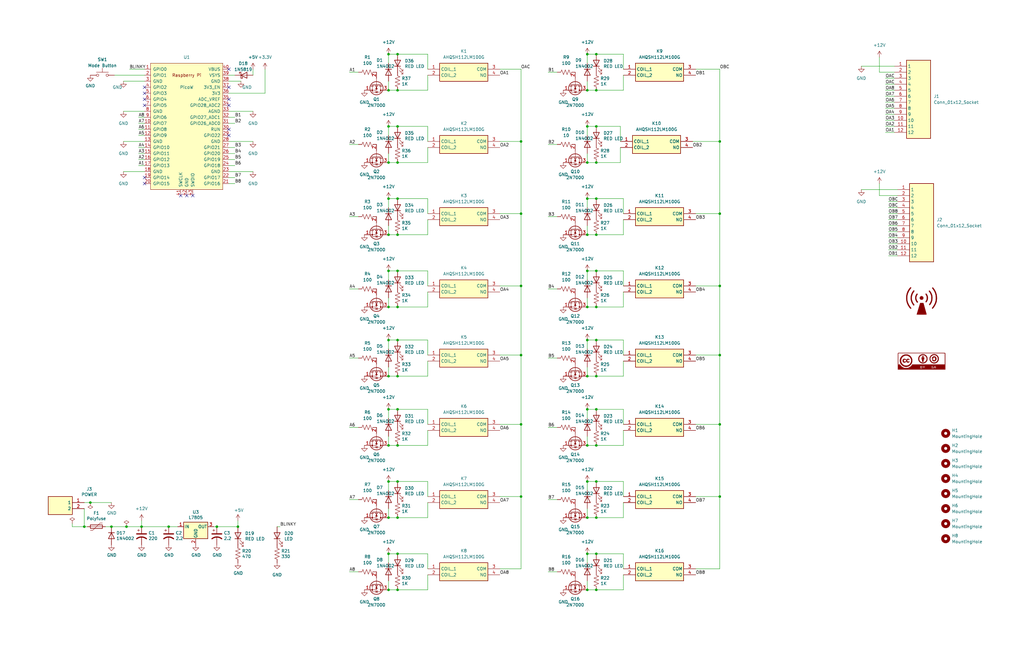
<source format=kicad_sch>
(kicad_sch (version 20231120) (generator "eeschema") (generator_version "8.0")
  (paper "B")
  (title_block (title "AntennaSwitchControl"))
  (junction (at 251.46 68.58))
  (junction (at 247.65 129.54))
  (junction (at 167.64 218.44))
  (junction (at 247.65 158.75))
  (junction (at 163.83 203.2))
  (junction (at 247.65 233.68))
  (junction (at 167.64 203.2))
  (junction (at 167.64 129.54))
  (junction (at 163.83 83.82))
  (junction (at 219.71 149.86))
  (junction (at 167.64 233.68))
  (junction (at 163.83 158.75))
  (junction (at 35.56 222.25))
  (junction (at 247.65 248.92))
  (junction (at 303.53 59.69))
  (junction (at 303.53 120.65))
  (junction (at 163.83 143.51))
  (junction (at 163.83 114.3))
  (junction (at 251.46 129.54))
  (junction (at 251.46 99.06))
  (junction (at 163.83 248.92))
  (junction (at 303.53 149.86))
  (junction (at 167.64 38.1))
  (junction (at 247.65 172.72))
  (junction (at 247.65 114.3))
  (junction (at 247.65 68.58))
  (junction (at 219.71 209.55))
  (junction (at 247.65 38.1))
  (junction (at 163.83 172.72))
  (junction (at 247.65 83.82))
  (junction (at 247.65 218.44))
  (junction (at 247.65 143.51))
  (junction (at 251.46 172.72))
  (junction (at 251.46 158.75))
  (junction (at 167.64 172.72))
  (junction (at 163.83 99.06))
  (junction (at 167.64 99.06))
  (junction (at 167.64 53.34))
  (junction (at 251.46 83.82))
  (junction (at 247.65 187.96))
  (junction (at 251.46 218.44))
  (junction (at 167.64 68.58))
  (junction (at 163.83 38.1))
  (junction (at 163.83 218.44))
  (junction (at 247.65 99.06))
  (junction (at 163.83 187.96))
  (junction (at 251.46 114.3))
  (junction (at 303.53 179.07))
  (junction (at 163.83 129.54))
  (junction (at 247.65 53.34))
  (junction (at 167.64 158.75))
  (junction (at 167.64 248.92))
  (junction (at 167.64 187.96))
  (junction (at 303.53 90.17))
  (junction (at 247.65 203.2))
  (junction (at 71.12 222.25))
  (junction (at 219.71 59.69))
  (junction (at 303.53 209.55))
  (junction (at 167.64 114.3))
  (junction (at 163.83 53.34))
  (junction (at 53.34 222.25))
  (junction (at 251.46 38.1))
  (junction (at 251.46 187.96))
  (junction (at 59.69 222.25))
  (junction (at 219.71 120.65))
  (junction (at 167.64 22.86))
  (junction (at 251.46 248.92))
  (junction (at 251.46 203.2))
  (junction (at 163.83 22.86))
  (junction (at 163.83 233.68))
  (junction (at 219.71 179.07))
  (junction (at 251.46 233.68))
  (junction (at 251.46 22.86))
  (junction (at 247.65 22.86))
  (junction (at 251.46 53.34))
  (junction (at 46.99 222.25))
  (junction (at 167.64 143.51))
  (junction (at 38.1 212.09))
  (junction (at 163.83 68.58))
  (junction (at 100.33 222.25))
  (junction (at 219.71 90.17))
  (junction (at 91.44 222.25))
  (junction (at 251.46 143.51))
  (junction (at 167.64 83.82))
  (no_connect (at 96.52 29.21))
  (no_connect (at 60.96 44.45))
  (no_connect (at 60.96 74.93))
  (no_connect (at 96.52 57.15))
  (no_connect (at 60.96 36.83))
  (no_connect (at 60.96 77.47))
  (no_connect (at 78.74 82.55))
  (no_connect (at 81.28 82.55))
  (no_connect (at 96.52 41.91))
  (no_connect (at 76.2 82.55))
  (no_connect (at 60.96 41.91))
  (no_connect (at 96.52 54.61))
  (no_connect (at 60.96 39.37))
  (no_connect (at 96.52 36.83))
  (no_connect (at 96.52 44.45))
  (wire (pts (xy 180.34 22.86) (xy 180.34 29.21)))
  (wire (pts (xy 262.89 242.57) (xy 262.89 248.92)))
  (wire (pts (xy 99.06 31.75) (xy 96.52 31.75)))
  (wire (pts (xy 210.82 179.07) (xy 219.71 179.07)))
  (wire (pts (xy 251.46 233.68) (xy 262.89 233.68)))
  (wire (pts (xy 96.52 72.39) (xy 106.68 72.39)))
  (wire (pts (xy 374.65 100.33) (xy 378.46 100.33)))
  (wire (pts (xy 219.71 149.86) (xy 219.71 179.07)))
  (wire (pts (xy 262.89 143.51) (xy 262.89 149.86)))
  (wire (pts (xy 180.34 53.34) (xy 180.34 59.69)))
  (wire (pts (xy 247.65 203.2) (xy 247.65 207.01)))
  (wire (pts (xy 96.52 34.29) (xy 101.6 34.29)))
  (wire (pts (xy 262.89 123.19) (xy 262.89 129.54)))
  (wire (pts (xy 180.34 181.61) (xy 180.34 187.96)))
  (wire (pts (xy 247.65 248.92) (xy 251.46 248.92)))
  (wire (pts (xy 374.65 107.95) (xy 378.46 107.95)))
  (wire (pts (xy 111.76 29.21) (xy 111.76 39.37)))
  (wire (pts (xy 262.89 83.82) (xy 262.89 90.17)))
  (wire (pts (xy 262.89 233.68) (xy 262.89 240.03)))
  (wire (pts (xy 106.68 29.21) (xy 106.68 31.75)))
  (wire (pts (xy 247.65 125.73) (xy 247.65 129.54)))
  (wire (pts (xy 163.83 129.54) (xy 167.64 129.54)))
  (wire (pts (xy 219.71 59.69) (xy 219.71 90.17)))
  (wire (pts (xy 219.71 29.21) (xy 219.71 59.69)))
  (wire (pts (xy 96.52 74.93) (xy 99.06 74.93)))
  (wire (pts (xy 58.42 62.23) (xy 60.96 62.23)))
  (wire (pts (xy 251.46 218.44) (xy 262.89 218.44)))
  (wire (pts (xy 373.38 50.8) (xy 377.19 50.8)))
  (wire (pts (xy 167.64 172.72) (xy 180.34 172.72)))
  (wire (pts (xy 262.89 203.2) (xy 262.89 209.55)))
  (wire (pts (xy 167.64 248.92) (xy 180.34 248.92)))
  (wire (pts (xy 180.34 242.57) (xy 180.34 248.92)))
  (wire (pts (xy 262.89 114.3) (xy 262.89 120.65)))
  (wire (pts (xy 251.46 172.72) (xy 262.89 172.72)))
  (wire (pts (xy 247.65 154.94) (xy 247.65 158.75)))
  (wire (pts (xy 167.64 114.3) (xy 180.34 114.3)))
  (wire (pts (xy 91.44 222.25) (xy 100.33 222.25)))
  (wire (pts (xy 167.64 53.34) (xy 180.34 53.34)))
  (wire (pts (xy 52.07 46.99) (xy 60.96 46.99)))
  (wire (pts (xy 231.14 30.48) (xy 234.95 30.48)))
  (wire (pts (xy 231.14 241.3) (xy 234.95 241.3)))
  (wire (pts (xy 163.83 218.44) (xy 167.64 218.44)))
  (wire (pts (xy 251.46 129.54) (xy 262.89 129.54)))
  (wire (pts (xy 96.52 39.37) (xy 111.76 39.37)))
  (wire (pts (xy 293.37 209.55) (xy 303.53 209.55)))
  (wire (pts (xy 180.34 92.71) (xy 180.34 99.06)))
  (wire (pts (xy 167.64 218.44) (xy 180.34 218.44)))
  (wire (pts (xy 210.82 209.55) (xy 219.71 209.55)))
  (wire (pts (xy 293.37 149.86) (xy 303.53 149.86)))
  (wire (pts (xy 374.65 90.17) (xy 378.46 90.17)))
  (wire (pts (xy 90.17 222.25) (xy 91.44 222.25)))
  (wire (pts (xy 293.37 29.21) (xy 303.53 29.21)))
  (wire (pts (xy 262.89 212.09) (xy 262.89 218.44)))
  (wire (pts (xy 52.07 72.39) (xy 60.96 72.39)))
  (wire (pts (xy 167.64 187.96) (xy 180.34 187.96)))
  (wire (pts (xy 210.82 149.86) (xy 219.71 149.86)))
  (wire (pts (xy 247.65 53.34) (xy 251.46 53.34)))
  (wire (pts (xy 96.52 77.47) (xy 99.06 77.47)))
  (wire (pts (xy 58.42 49.53) (xy 60.96 49.53)))
  (wire (pts (xy 247.65 143.51) (xy 251.46 143.51)))
  (wire (pts (xy 231.14 151.13) (xy 234.95 151.13)))
  (wire (pts (xy 373.38 40.64) (xy 377.19 40.64)))
  (wire (pts (xy 147.32 91.44) (xy 151.13 91.44)))
  (wire (pts (xy 247.65 218.44) (xy 251.46 218.44)))
  (wire (pts (xy 251.46 83.82) (xy 262.89 83.82)))
  (wire (pts (xy 163.83 64.77) (xy 163.83 68.58)))
  (wire (pts (xy 58.42 67.31) (xy 60.96 67.31)))
  (wire (pts (xy 303.53 59.69) (xy 303.53 90.17)))
  (wire (pts (xy 210.82 240.03) (xy 219.71 240.03)))
  (wire (pts (xy 180.34 172.72) (xy 180.34 179.07)))
  (wire (pts (xy 247.65 68.58) (xy 251.46 68.58)))
  (wire (pts (xy 163.83 233.68) (xy 167.64 233.68)))
  (wire (pts (xy 262.89 152.4) (xy 262.89 158.75)))
  (wire (pts (xy 46.99 222.25) (xy 53.34 222.25)))
  (wire (pts (xy 373.38 35.56) (xy 377.19 35.56)))
  (wire (pts (xy 247.65 83.82) (xy 251.46 83.82)))
  (wire (pts (xy 163.83 95.25) (xy 163.83 99.06)))
  (wire (pts (xy 48.26 31.75) (xy 60.96 31.75)))
  (wire (pts (xy 163.83 203.2) (xy 167.64 203.2)))
  (wire (pts (xy 247.65 214.63) (xy 247.65 218.44)))
  (wire (pts (xy 163.83 172.72) (xy 167.64 172.72)))
  (wire (pts (xy 247.65 129.54) (xy 251.46 129.54)))
  (wire (pts (xy 180.34 38.1) (xy 180.34 31.75)))
  (wire (pts (xy 35.56 222.25) (xy 36.83 222.25)))
  (wire (pts (xy 58.42 54.61) (xy 60.96 54.61)))
  (wire (pts (xy 163.83 22.86) (xy 163.83 26.67)))
  (wire (pts (xy 247.65 203.2) (xy 251.46 203.2)))
  (wire (pts (xy 180.34 123.19) (xy 180.34 129.54)))
  (wire (pts (xy 180.34 233.68) (xy 180.34 240.03)))
  (wire (pts (xy 247.65 233.68) (xy 247.65 237.49)))
  (wire (pts (xy 293.37 240.03) (xy 303.53 240.03)))
  (wire (pts (xy 219.71 179.07) (xy 219.71 209.55)))
  (wire (pts (xy 147.32 151.13) (xy 151.13 151.13)))
  (wire (pts (xy 247.65 187.96) (xy 251.46 187.96)))
  (wire (pts (xy 167.64 158.75) (xy 180.34 158.75)))
  (wire (pts (xy 219.71 120.65) (xy 219.71 149.86)))
  (wire (pts (xy 58.42 69.85) (xy 60.96 69.85)))
  (wire (pts (xy 100.33 219.71) (xy 100.33 222.25)))
  (wire (pts (xy 167.64 129.54) (xy 180.34 129.54)))
  (wire (pts (xy 52.07 34.29) (xy 60.96 34.29)))
  (wire (pts (xy 251.46 99.06) (xy 262.89 99.06)))
  (wire (pts (xy 247.65 114.3) (xy 247.65 118.11)))
  (wire (pts (xy 262.89 31.75) (xy 262.89 38.1)))
  (wire (pts (xy 293.37 90.17) (xy 303.53 90.17)))
  (wire (pts (xy 163.83 99.06) (xy 167.64 99.06)))
  (wire (pts (xy 262.89 22.86) (xy 262.89 29.21)))
  (wire (pts (xy 219.71 209.55) (xy 219.71 240.03)))
  (wire (pts (xy 261.62 62.23) (xy 261.62 68.58)))
  (wire (pts (xy 167.64 22.86) (xy 180.34 22.86)))
  (wire (pts (xy 163.83 114.3) (xy 163.83 118.11)))
  (wire (pts (xy 292.1 59.69) (xy 303.53 59.69)))
  (wire (pts (xy 247.65 34.29) (xy 247.65 38.1)))
  (wire (pts (xy 251.46 22.86) (xy 262.89 22.86)))
  (wire (pts (xy 147.32 60.96) (xy 151.13 60.96)))
  (wire (pts (xy 303.53 90.17) (xy 303.53 120.65)))
  (wire (pts (xy 58.42 52.07) (xy 60.96 52.07)))
  (wire (pts (xy 46.99 222.25) (xy 44.45 222.25)))
  (wire (pts (xy 58.42 64.77) (xy 60.96 64.77)))
  (wire (pts (xy 59.69 219.71) (xy 59.69 222.25)))
  (wire (pts (xy 303.53 120.65) (xy 303.53 149.86)))
  (wire (pts (xy 262.89 92.71) (xy 262.89 99.06)))
  (wire (pts (xy 96.52 59.69) (xy 106.68 59.69)))
  (wire (pts (xy 30.48 222.25) (xy 35.56 222.25)))
  (wire (pts (xy 210.82 59.69) (xy 219.71 59.69)))
  (wire (pts (xy 52.07 59.69) (xy 60.96 59.69)))
  (wire (pts (xy 167.64 38.1) (xy 180.34 38.1)))
  (wire (pts (xy 247.65 172.72) (xy 251.46 172.72)))
  (wire (pts (xy 247.65 22.86) (xy 251.46 22.86)))
  (wire (pts (xy 251.46 53.34) (xy 261.62 53.34)))
  (wire (pts (xy 373.38 53.34) (xy 377.19 53.34)))
  (wire (pts (xy 96.52 67.31) (xy 99.06 67.31)))
  (wire (pts (xy 180.34 212.09) (xy 180.34 218.44)))
  (wire (pts (xy 251.46 187.96) (xy 262.89 187.96)))
  (wire (pts (xy 167.64 68.58) (xy 180.34 68.58)))
  (wire (pts (xy 303.53 179.07) (xy 303.53 209.55)))
  (wire (pts (xy 231.14 91.44) (xy 234.95 91.44)))
  (wire (pts (xy 231.14 210.82) (xy 234.95 210.82)))
  (wire (pts (xy 180.34 152.4) (xy 180.34 158.75)))
  (wire (pts (xy 96.52 64.77) (xy 99.06 64.77)))
  (wire (pts (xy 167.64 233.68) (xy 180.34 233.68)))
  (wire (pts (xy 251.46 248.92) (xy 262.89 248.92)))
  (wire (pts (xy 303.53 209.55) (xy 303.53 240.03)))
  (wire (pts (xy 262.89 172.72) (xy 262.89 179.07)))
  (wire (pts (xy 118.11 222.25) (xy 116.84 222.25)))
  (wire (pts (xy 38.1 212.09) (xy 46.99 212.09)))
  (wire (pts (xy 96.52 69.85) (xy 99.06 69.85)))
  (wire (pts (xy 251.46 143.51) (xy 262.89 143.51)))
  (wire (pts (xy 180.34 114.3) (xy 180.34 120.65)))
  (wire (pts (xy 219.71 90.17) (xy 219.71 120.65)))
  (wire (pts (xy 35.56 214.63) (xy 35.56 222.25)))
  (wire (pts (xy 370.84 30.48) (xy 377.19 30.48)))
  (wire (pts (xy 247.65 245.11) (xy 247.65 248.92)))
  (wire (pts (xy 373.38 38.1) (xy 377.19 38.1)))
  (wire (pts (xy 374.65 97.79) (xy 378.46 97.79)))
  (wire (pts (xy 163.83 83.82) (xy 163.83 87.63)))
  (wire (pts (xy 247.65 53.34) (xy 247.65 57.15)))
  (wire (pts (xy 99.06 49.53) (xy 96.52 49.53)))
  (wire (pts (xy 163.83 214.63) (xy 163.83 218.44)))
  (wire (pts (xy 163.83 172.72) (xy 163.83 176.53)))
  (wire (pts (xy 96.52 52.07) (xy 99.06 52.07)))
  (wire (pts (xy 163.83 158.75) (xy 167.64 158.75)))
  (wire (pts (xy 210.82 90.17) (xy 219.71 90.17)))
  (wire (pts (xy 163.83 203.2) (xy 163.83 207.01)))
  (wire (pts (xy 247.65 184.15) (xy 247.65 187.96)))
  (wire (pts (xy 163.83 187.96) (xy 167.64 187.96)))
  (wire (pts (xy 147.32 210.82) (xy 151.13 210.82)))
  (wire (pts (xy 163.83 83.82) (xy 167.64 83.82)))
  (wire (pts (xy 374.65 102.87) (xy 378.46 102.87)))
  (wire (pts (xy 147.32 241.3) (xy 151.13 241.3)))
  (wire (pts (xy 74.93 222.25) (xy 71.12 222.25)))
  (wire (pts (xy 59.69 222.25) (xy 71.12 222.25)))
  (wire (pts (xy 373.38 43.18) (xy 377.19 43.18)))
  (wire (pts (xy 163.83 184.15) (xy 163.83 187.96)))
  (wire (pts (xy 374.65 105.41) (xy 378.46 105.41)))
  (wire (pts (xy 370.84 82.55) (xy 378.46 82.55)))
  (wire (pts (xy 163.83 143.51) (xy 163.83 147.32)))
  (wire (pts (xy 251.46 68.58) (xy 261.62 68.58)))
  (wire (pts (xy 163.83 38.1) (xy 167.64 38.1)))
  (wire (pts (xy 261.62 53.34) (xy 261.62 59.69)))
  (wire (pts (xy 35.56 212.09) (xy 38.1 212.09)))
  (wire (pts (xy 163.83 154.94) (xy 163.83 158.75)))
  (wire (pts (xy 163.83 125.73) (xy 163.83 129.54)))
  (wire (pts (xy 147.32 121.92) (xy 151.13 121.92)))
  (wire (pts (xy 247.65 143.51) (xy 247.65 147.32)))
  (wire (pts (xy 231.14 60.96) (xy 234.95 60.96)))
  (wire (pts (xy 163.83 68.58) (xy 167.64 68.58)))
  (wire (pts (xy 247.65 83.82) (xy 247.65 87.63)))
  (wire (pts (xy 374.65 95.25) (xy 378.46 95.25)))
  (wire (pts (xy 370.84 24.13) (xy 370.84 30.48)))
  (wire (pts (xy 247.65 99.06) (xy 251.46 99.06)))
  (wire (pts (xy 373.38 55.88) (xy 377.19 55.88)))
  (wire (pts (xy 167.64 83.82) (xy 180.34 83.82)))
  (wire (pts (xy 247.65 233.68) (xy 251.46 233.68)))
  (wire (pts (xy 303.53 29.21) (xy 303.53 59.69)))
  (wire (pts (xy 293.37 120.65) (xy 303.53 120.65)))
  (wire (pts (xy 262.89 181.61) (xy 262.89 187.96)))
  (wire (pts (xy 53.34 222.25) (xy 59.69 222.25)))
  (wire (pts (xy 374.65 85.09) (xy 378.46 85.09)))
  (wire (pts (xy 251.46 158.75) (xy 262.89 158.75)))
  (wire (pts (xy 163.83 22.86) (xy 167.64 22.86)))
  (wire (pts (xy 231.14 121.92) (xy 234.95 121.92)))
  (wire (pts (xy 167.64 143.51) (xy 180.34 143.51)))
  (wire (pts (xy 180.34 62.23) (xy 180.34 68.58)))
  (wire (pts (xy 251.46 114.3) (xy 262.89 114.3)))
  (wire (pts (xy 96.52 46.99) (xy 106.68 46.99)))
  (wire (pts (xy 370.84 77.47) (xy 370.84 82.55)))
  (wire (pts (xy 54.61 29.21) (xy 60.96 29.21)))
  (wire (pts (xy 163.83 143.51) (xy 167.64 143.51)))
  (wire (pts (xy 163.83 53.34) (xy 167.64 53.34)))
  (wire (pts (xy 231.14 180.34) (xy 234.95 180.34)))
  (wire (pts (xy 251.46 38.1) (xy 262.89 38.1)))
  (wire (pts (xy 163.83 53.34) (xy 163.83 57.15)))
  (wire (pts (xy 210.82 120.65) (xy 219.71 120.65)))
  (wire (pts (xy 180.34 203.2) (xy 180.34 209.55)))
  (wire (pts (xy 293.37 179.07) (xy 303.53 179.07)))
  (wire (pts (xy 247.65 158.75) (xy 251.46 158.75)))
  (wire (pts (xy 167.64 203.2) (xy 180.34 203.2)))
  (wire (pts (xy 251.46 203.2) (xy 262.89 203.2)))
  (wire (pts (xy 180.34 143.51) (xy 180.34 149.86)))
  (wire (pts (xy 96.52 62.23) (xy 99.06 62.23)))
  (wire (pts (xy 210.82 29.21) (xy 219.71 29.21)))
  (wire (pts (xy 58.42 57.15) (xy 60.96 57.15)))
  (wire (pts (xy 163.83 114.3) (xy 167.64 114.3)))
  (wire (pts (xy 163.83 248.92) (xy 167.64 248.92)))
  (wire (pts (xy 180.34 83.82) (xy 180.34 90.17)))
  (wire (pts (xy 163.83 233.68) (xy 163.83 237.49)))
  (wire (pts (xy 373.38 45.72) (xy 377.19 45.72)))
  (wire (pts (xy 373.38 33.02) (xy 377.19 33.02)))
  (wire (pts (xy 167.64 99.06) (xy 180.34 99.06)))
  (wire (pts (xy 147.32 180.34) (xy 151.13 180.34)))
  (wire (pts (xy 303.53 149.86) (xy 303.53 179.07)))
  (wire (pts (xy 247.65 95.25) (xy 247.65 99.06)))
  (wire (pts (xy 147.32 30.48) (xy 151.13 30.48)))
  (wire (pts (xy 247.65 38.1) (xy 251.46 38.1)))
  (wire (pts (xy 163.83 34.29) (xy 163.83 38.1)))
  (wire (pts (xy 374.65 87.63) (xy 378.46 87.63)))
  (wire (pts (xy 247.65 22.86) (xy 247.65 26.67)))
  (wire (pts (xy 363.22 27.94) (xy 377.19 27.94)))
  (wire (pts (xy 247.65 172.72) (xy 247.65 176.53)))
  (wire (pts (xy 247.65 64.77) (xy 247.65 68.58)))
  (wire (pts (xy 163.83 245.11) (xy 163.83 248.92)))
  (wire (pts (xy 247.65 114.3) (xy 251.46 114.3)))
  (wire (pts (xy 374.65 92.71) (xy 378.46 92.71)))
  (wire (pts (xy 363.22 80.01) (xy 378.46 80.01)))
  (wire (pts (xy 30.48 222.25) (xy 30.48 220.98)))
  (wire (pts (xy 373.38 48.26) (xy 377.19 48.26)))
  (label "OBC" (at 374.65 85.09 0))
  (label "OA1" (at 373.38 55.88 0))
  (label "OB1" (at 374.65 107.95 0))
  (label "A1" (at 58.42 69.85 0))
  (label "OAC" (at 373.38 35.56 0))
  (label "B8" (at 99.06 77.47 0))
  (label "OA1" (at 210.82 31.75 0))
  (label "OB4" (at 374.65 100.33 0))
  (label "A5" (at 58.42 57.15 0))
  (label "OAC" (at 219.71 29.21 0))
  (label "OBC" (at 374.65 87.63 0))
  (label "OB8" (at 293.37 242.57 0))
  (label "OA3" (at 373.38 50.8 0))
  (label "OA4" (at 373.38 48.26 0))
  (label "OB1" (at 293.37 31.75 0))
  (label "OA2" (at 210.82 62.23 0))
  (label "B7" (at 231.14 210.82 0))
  (label "OA7" (at 373.38 40.64 0))
  (label "A2" (at 147.32 60.96 0))
  (label "B3" (at 231.14 91.44 0))
  (label "B6" (at 99.06 69.85 0))
  (label "OB4" (at 293.37 123.19 0))
  (label "OB2" (at 374.65 105.41 0))
  (label "B6" (at 231.14 180.34 0))
  (label "OB5" (at 293.37 152.4 0))
  (label "OA3" (at 210.82 92.71 0))
  (label "A8" (at 147.32 241.3 0))
  (label "OA7" (at 210.82 212.09 0))
  (label "OA6" (at 373.38 43.18 0))
  (label "OB2" (at 292.1 62.23 0))
  (label "OB8" (at 374.65 90.17 0))
  (label "A5" (at 147.32 151.13 0))
  (label "OA6" (at 210.82 181.61 0))
  (label "B1" (at 231.14 30.48 0))
  (label "B5" (at 99.06 67.31 0))
  (label "A2" (at 58.42 67.31 0))
  (label "OB3" (at 374.65 102.87 0))
  (label "OA5" (at 210.82 152.4 0))
  (label "B1" (at 99.06 49.53 0))
  (label "OBC" (at 303.53 29.21 0))
  (label "B2" (at 99.06 52.07 0))
  (label "B4" (at 231.14 121.92 0))
  (label "B2" (at 231.14 60.96 0))
  (label "OB6" (at 374.65 95.25 0))
  (label "A1" (at 147.32 30.48 0))
  (label "A7" (at 58.42 52.07 0))
  (label "A8" (at 58.42 49.53 0))
  (label "OAC" (at 373.38 33.02 0))
  (label "B3" (at 99.06 62.23 0))
  (label "B5" (at 231.14 151.13 0))
  (label "OA4" (at 210.82 123.19 0))
  (label "OB3" (at 293.37 92.71 0))
  (label "B4" (at 99.06 64.77 0))
  (label "OB7" (at 293.37 212.09 0))
  (label "A4" (at 147.32 121.92 0))
  (label "A3" (at 147.32 91.44 0))
  (label "OB6" (at 293.37 181.61 0))
  (label "B8" (at 231.14 241.3 0))
  (label "OA8" (at 373.38 38.1 0))
  (label "OB7" (at 374.65 92.71 0))
  (label "BLINKY" (at 118.11 222.25 0))
  (label "OA8" (at 210.82 242.57 0))
  (label "A6" (at 147.32 180.34 0))
  (label "OB5" (at 374.65 97.79 0))
  (label "A7" (at 147.32 210.82 0))
  (label "OA2" (at 373.38 53.34 0))
  (label "OA5" (at 373.38 45.72 0))
  (label "A6" (at 58.42 54.61 0))
  (label "BLINKY" (at 54.61 29.21 0))
  (label "B7" (at 99.06 74.93 0))
  (label "A4" (at 58.42 62.23 0))
  (label "A3" (at 58.42 64.77 0))
  (symbol (lib_id "power:GND") (at 116.84 237.49 0) (unit 1)
    (property "Reference" "#PWR054" (effects (hide yes)))
    (property "Value" "GND" (at 116.84 242.57 0))
  )
  (symbol (lib_id "non-ionizing:Non-Ionizing") (at 388.62 127 0) (unit 1)
    (property "Reference" "#G1" (effects (hide yes)))
    (property "Value" "N1KDO" (effects (hide yes)))
    (property "Footprint" "parts:non-ionizing-bigger" (effects (hide yes)))
  )
  (symbol (lib_id "Device:R_US") (at 238.76 241.3 90) (unit 1)
    (property "Reference" "R16" (at 238.76 234.95 90))
    (property "Value" "100" (at 238.76 237.49 90))
    (property "Footprint" "Resistor_THT:R_Axial_DIN0207_L6.3mm_D2.5mm_P7.62mm_Horizontal" (effects (hide yes)))
  )
  (symbol (lib_id "power:+12V") (at 163.83 233.68 0) (unit 1)
    (property "Reference" "#PWR032" (effects (hide yes)))
    (property "Value" "+12V" (at 163.83 228.6 0))
  )
  (symbol (lib_id "power:+5V") (at 100.33 219.71 0) (unit 1)
    (property "Reference" "#PWR050" (effects (hide yes)))
    (property "Value" "+5V" (at 100.711 215.3158 0))
  )
  (symbol (lib_id "power:PWR_FLAG") (at 30.48 220.98 0) (unit 1)
    (property "Reference" "#FLG01" (effects (hide yes)))
    (property "Value" "PWR_FLAG" (effects (hide yes)))
  )
  (symbol (lib_id "power:GND") (at 237.49 187.96 0) (unit 1)
    (property "Reference" "#PWR013" (effects (hide yes)))
    (property "Value" "GND" (at 237.49 193.04 0))
  )
  (symbol (lib_id "Device:LED") (at 251.46 57.15 90) (unit 1)
    (property "Reference" "D27" (at 254.4572 56.1594 90) (effects (justify right)))
    (property "Value" "RED LED" (at 254.4572 58.4708 90) (effects (justify right)))
    (property "Footprint" "LED_THT:LED_D3.0mm" (effects (hide yes)))
    (property "Datasheet" "https://www.mouser.com/datasheet/2/239/lite-on_lites12747-1-1737525.pdf" (effects (hide yes)))
    (property "Description" "Red LED" (effects (hide yes)))
    (property "Part" "AP2012HD" (effects (hide yes)))
  )
  (symbol (lib_id "power:GND") (at 100.33 237.49 0) (unit 1)
    (property "Reference" "#PWR051" (effects (hide yes)))
    (property "Value" "GND" (at 100.457 241.8842 0))
  )
  (symbol (lib_id "Transistor_FET:2N7000") (at 158.75 66.04 270) (unit 1)
    (property "Reference" "Q2" (at 158.75 72.39 90))
    (property "Value" "2N7000" (at 158.75 74.93 90))
    (property "Footprint" "Package_TO_SOT_THT:TO-92_Inline" (effects (hide yes)))
    (property "Datasheet" "https://www.vishay.com/docs/70226/70226.pdf" (effects (hide yes)))
  )
  (symbol (lib_id "Device:R_US") (at 251.46 184.15 0) (unit 1)
    (property "Reference" "R24" (at 253.1872 182.9816 0) (effects (justify left)))
    (property "Value" "1K" (at 253.1872 185.293 0) (effects (justify left)))
    (property "Footprint" "Resistor_THT:R_Axial_DIN0207_L6.3mm_D2.5mm_P7.62mm_Horizontal" (effects (hide yes)))
    (property "Description" "resistor" (effects (hide yes)))
    (property "Part" "ERJ-6GEYJ471V" (effects (hide yes)))
  )
  (symbol (lib_id "relays:AHQSH105LM100G") (at 180.34 209.55 0) (unit 1)
    (property "Reference" "K7" (at 195.58 201.93 0))
    (property "Value" "AHQSH112LM100G" (at 195.58 204.47 0))
    (property "Footprint" "Library:AHQSH112LM112G" (effects (hide yes)))
    (property "Datasheet" "http://www.anytek.com.cn/AHQSH112DM2F00G-14101117906.pdf" (effects (hide yes)))
    (property "Height" "15.3" (effects (hide yes)))
    (property "Mouser Part Number" "523-AHQSH105LM100G" (effects (hide yes)))
    (property "Mouser Price/Stock" "https://www.mouser.co.uk/ProductDetail/Amphenol-Anytek/AHQSH105LM100G?qs=rSMjJ%252B1ewcRTcSgzvp4hwg%3D%3D" (effects (hide yes)))
    (property "Manufacturer_Name" "Amphenol" (effects (hide yes)))
    (property "Manufacturer_Part_Number" "AHQSH105LM100G" (effects (hide yes)))
  )
  (symbol (lib_id "relays:AHQSH105LM100G") (at 180.34 149.86 0) (unit 1)
    (property "Reference" "K5" (at 195.58 142.24 0))
    (property "Value" "AHQSH112LM100G" (at 195.58 144.78 0))
    (property "Footprint" "Library:AHQSH112LM112G" (effects (hide yes)))
    (property "Datasheet" "http://www.anytek.com.cn/AHQSH112DM2F00G-14101117906.pdf" (effects (hide yes)))
    (property "Height" "15.3" (effects (hide yes)))
    (property "Mouser Part Number" "523-AHQSH105LM100G" (effects (hide yes)))
    (property "Mouser Price/Stock" "https://www.mouser.co.uk/ProductDetail/Amphenol-Anytek/AHQSH105LM100G?qs=rSMjJ%252B1ewcRTcSgzvp4hwg%3D%3D" (effects (hide yes)))
    (property "Manufacturer_Name" "Amphenol" (effects (hide yes)))
    (property "Manufacturer_Part_Number" "AHQSH105LM100G" (effects (hide yes)))
  )
  (symbol (lib_id "Device:R_US") (at 251.46 245.11 0) (unit 1)
    (property "Reference" "R22" (at 253.1872 243.9416 0) (effects (justify left)))
    (property "Value" "1K" (at 253.1872 246.253 0) (effects (justify left)))
    (property "Footprint" "Resistor_THT:R_Axial_DIN0207_L6.3mm_D2.5mm_P7.62mm_Horizontal" (effects (hide yes)))
    (property "Description" "resistor" (effects (hide yes)))
    (property "Part" "ERJ-6GEYJ471V" (effects (hide yes)))
  )
  (symbol (lib_id "Device:R_US") (at 238.76 121.92 90) (unit 1)
    (property "Reference" "R12" (at 238.76 115.57 90))
    (property "Value" "100" (at 238.76 118.11 90))
    (property "Footprint" "Resistor_THT:R_Axial_DIN0207_L6.3mm_D2.5mm_P7.62mm_Horizontal" (effects (hide yes)))
  )
  (symbol (lib_id "power:+12V") (at 163.83 22.86 0) (unit 1)
    (property "Reference" "#PWR025" (effects (hide yes)))
    (property "Value" "+12V" (at 163.83 17.78 0))
  )
  (symbol (lib_id "Device:C_Polarized_US") (at 91.44 226.06 0) (unit 1)
    (property "Reference" "C3" (at 94.361 224.8916 0) (effects (justify left)))
    (property "Value" "2.2" (at 94.361 227.203 0) (effects (justify left)))
    (property "Footprint" "Capacitor_THT:CP_Radial_D5.0mm_P2.50mm" (effects (hide yes)))
    (property "Description" "Aluminum Electrolytic Capacitors" (effects (hide yes)))
    (property "Part" "EEU-FC1H2R2H" (effects (hide yes)))
  )
  (symbol (lib_id "RPi_Pico:PicoW") (at 78.74 53.34 0) (unit 1)
    (property "Reference" "U1" (at 78.74 24.13 0))
    (property "Value" "PicoW" (at 78.74 36.83 0))
    (property "Footprint" "parts:RPi_PicoW_SMD_TH" (effects (hide yes)))
    (property "Datasheet" "https://datasheets.raspberrypi.com/picow/pico-w-datasheet.pdf" (effects (hide yes)))
  )
  (symbol (lib_id "Device:R_US") (at 167.64 245.11 0) (unit 1)
    (property "Reference" "R30" (at 169.3672 243.9416 0) (effects (justify left)))
    (property "Value" "1K" (at 169.3672 246.253 0) (effects (justify left)))
    (property "Footprint" "Resistor_THT:R_Axial_DIN0207_L6.3mm_D2.5mm_P7.62mm_Horizontal" (effects (hide yes)))
    (property "Description" "resistor" (effects (hide yes)))
    (property "Part" "ERJ-6GEYJ471V" (effects (hide yes)))
  )
  (symbol (lib_id "power:GND") (at 153.67 187.96 0) (unit 1)
    (property "Reference" "#PWR022" (effects (hide yes)))
    (property "Value" "GND" (at 153.67 193.04 0))
  )
  (symbol (lib_id "Device:LED") (at 167.64 26.67 90) (unit 1)
    (property "Reference" "D36" (at 170.6372 25.6794 90) (effects (justify right)))
    (property "Value" "RED LED" (at 170.6372 27.9908 90) (effects (justify right)))
    (property "Footprint" "LED_THT:LED_D3.0mm" (effects (hide yes)))
    (property "Datasheet" "https://www.mouser.com/datasheet/2/239/lite-on_lites12747-1-1737525.pdf" (effects (hide yes)))
    (property "Description" "Red LED" (effects (hide yes)))
    (property "Part" "AP2012HD" (effects (hide yes)))
  )
  (symbol (lib_id "Device:R_US") (at 238.76 91.44 90) (unit 1)
    (property "Reference" "R11" (at 238.76 85.09 90))
    (property "Value" "100" (at 238.76 87.63 90))
    (property "Footprint" "Resistor_THT:R_Axial_DIN0207_L6.3mm_D2.5mm_P7.62mm_Horizontal" (effects (hide yes)))
  )
  (symbol (lib_id "power:GND") (at 153.67 38.1 0) (unit 1)
    (property "Reference" "#PWR01" (effects (hide yes)))
    (property "Value" "GND" (at 153.67 43.18 0))
  )
  (symbol (lib_id "power:+12V") (at 247.65 172.72 0) (unit 1)
    (property "Reference" "#PWR014" (effects (hide yes)))
    (property "Value" "+12V" (at 247.65 167.64 0))
  )
  (symbol (lib_id "Device:R_US") (at 238.76 30.48 90) (unit 1)
    (property "Reference" "R9" (at 238.76 24.13 90))
    (property "Value" "100" (at 238.76 26.67 90))
    (property "Footprint" "Resistor_THT:R_Axial_DIN0207_L6.3mm_D2.5mm_P7.62mm_Horizontal" (effects (hide yes)))
  )
  (symbol (lib_id "power:GND") (at 237.49 99.06 0) (unit 1)
    (property "Reference" "#PWR07" (effects (hide yes)))
    (property "Value" "GND" (at 237.49 104.14 0))
  )
  (symbol (lib_id "power:GND") (at 106.68 46.99 0) (unit 1)
    (property "Reference" "#PWR062" (effects (hide yes)))
    (property "Value" "GND" (at 106.68 52.07 0))
  )
  (symbol (lib_id "relays:AHQSH105LM100G") (at 262.89 90.17 0) (unit 1)
    (property "Reference" "K11" (at 278.13 82.55 0))
    (property "Value" "AHQSH112LM100G" (at 278.13 85.09 0))
    (property "Footprint" "Library:AHQSH112LM112G" (effects (hide yes)))
    (property "Datasheet" "http://www.anytek.com.cn/AHQSH112DM2F00G-14101117906.pdf" (effects (hide yes)))
    (property "Height" "15.3" (effects (hide yes)))
    (property "Mouser Part Number" "523-AHQSH105LM100G" (effects (hide yes)))
    (property "Mouser Price/Stock" "https://www.mouser.co.uk/ProductDetail/Amphenol-Anytek/AHQSH105LM100G?qs=rSMjJ%252B1ewcRTcSgzvp4hwg%3D%3D" (effects (hide yes)))
    (property "Manufacturer_Name" "Amphenol" (effects (hide yes)))
    (property "Manufacturer_Part_Number" "AHQSH105LM100G" (effects (hide yes)))
  )
  (symbol (lib_id "Diode:1N4002") (at 247.65 210.82 270) (unit 1)
    (property "Reference" "D15" (at 242.57 205.74 90) (effects (justify left)))
    (property "Value" "1N4002" (at 242.57 208.28 90) (effects (justify left)))
    (property "Footprint" "Diode_THT:D_DO-41_SOD81_P7.62mm_Horizontal" (effects (hide yes)))
    (property "Datasheet" "http://www.vishay.com/docs/88503/1n4001.pdf" (effects (hide yes)))
    (property "Sim.Device" "D" (effects (hide yes)))
    (property "Sim.Pins" "1=K 2=A" (effects (hide yes)))
  )
  (symbol (lib_id "Device:R_US") (at 154.94 121.92 90) (unit 1)
    (property "Reference" "R4" (at 154.94 115.57 90))
    (property "Value" "100" (at 154.94 118.11 90))
    (property "Footprint" "Resistor_THT:R_Axial_DIN0207_L6.3mm_D2.5mm_P7.62mm_Horizontal" (effects (hide yes)))
  )
  (symbol (lib_id "Device:R_US") (at 251.46 34.29 0) (unit 1)
    (property "Reference" "R29" (at 253.1872 33.1216 0) (effects (justify left)))
    (property "Value" "1K" (at 253.1872 35.433 0) (effects (justify left)))
    (property "Footprint" "Resistor_THT:R_Axial_DIN0207_L6.3mm_D2.5mm_P7.62mm_Horizontal" (effects (hide yes)))
    (property "Description" "resistor" (effects (hide yes)))
    (property "Part" "ERJ-6GEYJ471V" (effects (hide yes)))
  )
  (symbol (lib_id "relays:AHQSH105LM100G") (at 180.34 120.65 0) (unit 1)
    (property "Reference" "K4" (at 195.58 113.03 0))
    (property "Value" "AHQSH112LM100G" (at 195.58 115.57 0))
    (property "Footprint" "Library:AHQSH112LM112G" (effects (hide yes)))
    (property "Datasheet" "http://www.anytek.com.cn/AHQSH112DM2F00G-14101117906.pdf" (effects (hide yes)))
    (property "Height" "15.3" (effects (hide yes)))
    (property "Mouser Part Number" "523-AHQSH105LM100G" (effects (hide yes)))
    (property "Mouser Price/Stock" "https://www.mouser.co.uk/ProductDetail/Amphenol-Anytek/AHQSH105LM100G?qs=rSMjJ%252B1ewcRTcSgzvp4hwg%3D%3D" (effects (hide yes)))
    (property "Manufacturer_Name" "Amphenol" (effects (hide yes)))
    (property "Manufacturer_Part_Number" "AHQSH105LM100G" (effects (hide yes)))
  )
  (symbol (lib_id "Device:LED") (at 167.64 237.49 90) (unit 1)
    (property "Reference" "D29" (at 170.6372 236.4994 90) (effects (justify right)))
    (property "Value" "RED LED" (at 170.6372 238.8108 90) (effects (justify right)))
    (property "Footprint" "LED_THT:LED_D3.0mm" (effects (hide yes)))
    (property "Datasheet" "https://www.mouser.com/datasheet/2/239/lite-on_lites12747-1-1737525.pdf" (effects (hide yes)))
    (property "Description" "Red LED" (effects (hide yes)))
    (property "Part" "AP2012HD" (effects (hide yes)))
  )
  (symbol (lib_id "power:GND") (at 52.07 59.69 0) (unit 1)
    (property "Reference" "#PWR057" (effects (hide yes)))
    (property "Value" "GND" (at 52.07 64.77 0))
  )
  (symbol (lib_id "power:GND") (at 153.67 129.54 0) (unit 1)
    (property "Reference" "#PWR020" (effects (hide yes)))
    (property "Value" "GND" (at 153.67 134.62 0))
  )
  (symbol (lib_id "relays:AHQSH105LM100G") (at 262.89 149.86 0) (unit 1)
    (property "Reference" "K13" (at 278.13 142.24 0))
    (property "Value" "AHQSH112LM100G" (at 278.13 144.78 0))
    (property "Footprint" "Library:AHQSH112LM112G" (effects (hide yes)))
    (property "Datasheet" "http://www.anytek.com.cn/AHQSH112DM2F00G-14101117906.pdf" (effects (hide yes)))
    (property "Height" "15.3" (effects (hide yes)))
    (property "Mouser Part Number" "523-AHQSH105LM100G" (effects (hide yes)))
    (property "Mouser Price/Stock" "https://www.mouser.co.uk/ProductDetail/Amphenol-Anytek/AHQSH105LM100G?qs=rSMjJ%252B1ewcRTcSgzvp4hwg%3D%3D" (effects (hide yes)))
    (property "Manufacturer_Name" "Amphenol" (effects (hide yes)))
    (property "Manufacturer_Part_Number" "AHQSH105LM100G" (effects (hide yes)))
  )
  (symbol (lib_id "relays:AHQSH105LM100G") (at 262.89 29.21 0) (unit 1)
    (property "Reference" "K9" (at 278.13 21.59 0))
    (property "Value" "AHQSH112LM100G" (at 278.13 24.13 0))
    (property "Footprint" "Library:AHQSH112LM112G" (effects (hide yes)))
    (property "Datasheet" "http://www.anytek.com.cn/AHQSH112DM2F00G-14101117906.pdf" (effects (hide yes)))
    (property "Height" "15.3" (effects (hide yes)))
    (property "Mouser Part Number" "523-AHQSH105LM100G" (effects (hide yes)))
    (property "Mouser Price/Stock" "https://www.mouser.co.uk/ProductDetail/Amphenol-Anytek/AHQSH105LM100G?qs=rSMjJ%252B1ewcRTcSgzvp4hwg%3D%3D" (effects (hide yes)))
    (property "Manufacturer_Name" "Amphenol" (effects (hide yes)))
    (property "Manufacturer_Part_Number" "AHQSH105LM100G" (effects (hide yes)))
  )
  (symbol (lib_id "Mechanical:MountingHole") (at 398.78 201.93 0) (unit 1) (exclude_from_sim yes) (in_bom no)
    (property "Reference" "H4" (at 401.32 200.6599 0) (effects (justify left)))
    (property "Value" "MountingHole" (at 401.32 203.1999 0) (effects (justify left)))
    (property "Footprint" "MountingHole:MountingHole_3.5mm_Pad" (effects (hide yes)))
    (property "Description" "Mounting Hole without connection" (effects (hide yes)))
  )
  (symbol (lib_id "Device:LED") (at 251.46 118.11 90) (unit 1)
    (property "Reference" "D25" (at 254.4572 117.1194 90) (effects (justify right)))
    (property "Value" "RED LED" (at 254.4572 119.4308 90) (effects (justify right)))
    (property "Footprint" "LED_THT:LED_D3.0mm" (effects (hide yes)))
    (property "Datasheet" "https://www.mouser.com/datasheet/2/239/lite-on_lites12747-1-1737525.pdf" (effects (hide yes)))
    (property "Description" "Red LED" (effects (hide yes)))
    (property "Part" "AP2012HD" (effects (hide yes)))
  )
  (symbol (lib_id "Device:R_US") (at 167.64 214.63 0) (unit 1)
    (property "Reference" "R31" (at 169.3672 213.4616 0) (effects (justify left)))
    (property "Value" "1K" (at 169.3672 215.773 0) (effects (justify left)))
    (property "Footprint" "Resistor_THT:R_Axial_DIN0207_L6.3mm_D2.5mm_P7.62mm_Horizontal" (effects (hide yes)))
    (property "Description" "resistor" (effects (hide yes)))
    (property "Part" "ERJ-6GEYJ471V" (effects (hide yes)))
  )
  (symbol (lib_id "power:PWR_FLAG") (at 53.34 222.25 0) (unit 1)
    (property "Reference" "#FLG03" (effects (hide yes)))
    (property "Value" "PWR_FLAG" (effects (hide yes)))
  )
  (symbol (lib_id "Device:R_US") (at 251.46 154.94 0) (unit 1)
    (property "Reference" "R25" (at 253.1872 153.7716 0) (effects (justify left)))
    (property "Value" "1K" (at 253.1872 156.083 0) (effects (justify left)))
    (property "Footprint" "Resistor_THT:R_Axial_DIN0207_L6.3mm_D2.5mm_P7.62mm_Horizontal" (effects (hide yes)))
    (property "Description" "resistor" (effects (hide yes)))
    (property "Part" "ERJ-6GEYJ471V" (effects (hide yes)))
  )
  (symbol (lib_id "power:GND") (at 101.6 34.29 0) (unit 1)
    (property "Reference" "#PWR063" (effects (hide yes)))
    (property "Value" "GND" (at 104.14 36.83 0))
  )
  (symbol (lib_id "relays:AHQSH105LM100G") (at 180.34 240.03 0) (unit 1)
    (property "Reference" "K8" (at 195.58 232.41 0))
    (property "Value" "AHQSH112LM100G" (at 195.58 234.95 0))
    (property "Footprint" "Library:AHQSH112LM112G" (effects (hide yes)))
    (property "Datasheet" "http://www.anytek.com.cn/AHQSH112DM2F00G-14101117906.pdf" (effects (hide yes)))
    (property "Height" "15.3" (effects (hide yes)))
    (property "Mouser Part Number" "523-AHQSH105LM100G" (effects (hide yes)))
    (property "Mouser Price/Stock" "https://www.mouser.co.uk/ProductDetail/Amphenol-Anytek/AHQSH105LM100G?qs=rSMjJ%252B1ewcRTcSgzvp4hwg%3D%3D" (effects (hide yes)))
    (property "Manufacturer_Name" "Amphenol" (effects (hide yes)))
    (property "Manufacturer_Part_Number" "AHQSH105LM100G" (effects (hide yes)))
  )
  (symbol (lib_id "Device:R_US") (at 167.64 125.73 0) (unit 1)
    (property "Reference" "R34" (at 169.3672 124.5616 0) (effects (justify left)))
    (property "Value" "1K" (at 169.3672 126.873 0) (effects (justify left)))
    (property "Footprint" "Resistor_THT:R_Axial_DIN0207_L6.3mm_D2.5mm_P7.62mm_Horizontal" (effects (hide yes)))
    (property "Description" "resistor" (effects (hide yes)))
    (property "Part" "ERJ-6GEYJ471V" (effects (hide yes)))
  )
  (symbol (lib_id "power:+12V") (at 370.84 77.47 0) (unit 1)
    (property "Reference" "#PWR034" (effects (hide yes)))
    (property "Value" "+12V" (at 370.84 72.39 0))
  )
  (symbol (lib_id "power:+5V") (at 106.68 29.21 0) (unit 1)
    (property "Reference" "#PWR045" (effects (hide yes)))
    (property "Value" "+5V" (at 106.68 24.13 0))
  )
  (symbol (lib_id "Switch:SW_Push") (at 43.18 31.75 0) (unit 1)
    (property "Reference" "SW1" (at 43.18 25.1292 0))
    (property "Value" "Mode Button" (at 43.18 27.6661 0))
    (property "Footprint" "parts:GB215AHB" (effects (hide yes)))
    (property "part" "GB215AH" (effects (hide yes)))
  )
  (symbol (lib_id "power:GND") (at 153.67 248.92 0) (unit 1)
    (property "Reference" "#PWR024" (effects (hide yes)))
    (property "Value" "GND" (at 153.67 254 0))
  )
  (symbol (lib_id "Transistor_FET:2N7000") (at 242.57 66.04 270) (unit 1)
    (property "Reference" "Q10" (at 242.57 72.39 90))
    (property "Value" "2N7000" (at 242.57 74.93 90))
    (property "Footprint" "Package_TO_SOT_THT:TO-92_Inline" (effects (hide yes)))
    (property "Datasheet" "https://www.vishay.com/docs/70226/70226.pdf" (effects (hide yes)))
  )
  (symbol (lib_id "power:GND") (at 237.49 129.54 0) (unit 1)
    (property "Reference" "#PWR09" (effects (hide yes)))
    (property "Value" "GND" (at 237.49 134.62 0))
  )
  (symbol (lib_id "relays:AHQSH105LM100G") (at 261.62 59.69 0) (unit 1)
    (property "Reference" "K10" (at 276.86 52.07 0))
    (property "Value" "AHQSH112LM100G" (at 276.86 54.61 0))
    (property "Footprint" "Library:AHQSH112LM112G" (effects (hide yes)))
    (property "Datasheet" "http://www.anytek.com.cn/AHQSH112DM2F00G-14101117906.pdf" (effects (hide yes)))
    (property "Height" "15.3" (effects (hide yes)))
    (property "Mouser Part Number" "523-AHQSH105LM100G" (effects (hide yes)))
    (property "Mouser Price/Stock" "https://www.mouser.co.uk/ProductDetail/Amphenol-Anytek/AHQSH105LM100G?qs=rSMjJ%252B1ewcRTcSgzvp4hwg%3D%3D" (effects (hide yes)))
    (property "Manufacturer_Name" "Amphenol" (effects (hide yes)))
    (property "Manufacturer_Part_Number" "AHQSH105LM100G" (effects (hide yes)))
  )
  (symbol (lib_id "power:GND") (at 153.67 218.44 0) (unit 1)
    (property "Reference" "#PWR023" (effects (hide yes)))
    (property "Value" "GND" (at 153.67 223.52 0))
  )
  (symbol (lib_id "relays:AHQSH105LM100G") (at 180.34 29.21 0) (unit 1)
    (property "Reference" "K1" (at 195.58 21.59 0))
    (property "Value" "AHQSH112LM100G" (at 195.58 24.13 0))
    (property "Footprint" "Library:AHQSH112LM112G" (effects (hide yes)))
    (property "Datasheet" "http://www.anytek.com.cn/AHQSH112DM2F00G-14101117906.pdf" (effects (hide yes)))
    (property "Height" "15.3" (effects (hide yes)))
    (property "Mouser Part Number" "523-AHQSH105LM100G" (effects (hide yes)))
    (property "Mouser Price/Stock" "https://www.mouser.co.uk/ProductDetail/Amphenol-Anytek/AHQSH105LM100G?qs=rSMjJ%252B1ewcRTcSgzvp4hwg%3D%3D" (effects (hide yes)))
    (property "Manufacturer_Name" "Amphenol" (effects (hide yes)))
    (property "Manufacturer_Part_Number" "AHQSH105LM100G" (effects (hide yes)))
  )
  (symbol (lib_id "Device:R_US") (at 238.76 180.34 90) (unit 1)
    (property "Reference" "R14" (at 238.76 173.99 90))
    (property "Value" "100" (at 238.76 176.53 90))
    (property "Footprint" "Resistor_THT:R_Axial_DIN0207_L6.3mm_D2.5mm_P7.62mm_Horizontal" (effects (hide yes)))
  )
  (symbol (lib_id "Device:R_US") (at 251.46 125.73 0) (unit 1)
    (property "Reference" "R26" (at 253.1872 124.5616 0) (effects (justify left)))
    (property "Value" "1K" (at 253.1872 126.873 0) (effects (justify left)))
    (property "Footprint" "Resistor_THT:R_Axial_DIN0207_L6.3mm_D2.5mm_P7.62mm_Horizontal" (effects (hide yes)))
    (property "Description" "resistor" (effects (hide yes)))
    (property "Part" "ERJ-6GEYJ471V" (effects (hide yes)))
  )
  (symbol (lib_id "Transistor_FET:2N7000") (at 158.75 246.38 270) (unit 1)
    (property "Reference" "Q8" (at 158.75 252.73 90))
    (property "Value" "2N7000" (at 158.75 255.27 90))
    (property "Footprint" "Package_TO_SOT_THT:TO-92_Inline" (effects (hide yes)))
    (property "Datasheet" "https://www.vishay.com/docs/70226/70226.pdf" (effects (hide yes)))
  )
  (symbol (lib_id "power:GND") (at 71.12 229.87 0) (unit 1)
    (property "Reference" "#PWR047" (effects (hide yes)))
    (property "Value" "GND" (at 71.247 234.2642 0))
  )
  (symbol (lib_id "Device:R_US") (at 154.94 30.48 90) (unit 1)
    (property "Reference" "R1" (at 154.94 24.13 90))
    (property "Value" "100" (at 154.94 26.67 90))
    (property "Footprint" "Resistor_THT:R_Axial_DIN0207_L6.3mm_D2.5mm_P7.62mm_Horizontal" (effects (hide yes)))
  )
  (symbol (lib_id "Device:LED") (at 167.64 87.63 90) (unit 1)
    (property "Reference" "D34" (at 170.6372 86.6394 90) (effects (justify right)))
    (property "Value" "RED LED" (at 170.6372 88.9508 90) (effects (justify right)))
    (property "Footprint" "LED_THT:LED_D3.0mm" (effects (hide yes)))
    (property "Datasheet" "https://www.mouser.com/datasheet/2/239/lite-on_lites12747-1-1737525.pdf" (effects (hide yes)))
    (property "Description" "Red LED" (effects (hide yes)))
    (property "Part" "AP2012HD" (effects (hide yes)))
  )
  (symbol (lib_id "relays:AHQSH105LM100G") (at 262.89 179.07 0) (unit 1)
    (property "Reference" "K14" (at 278.13 171.45 0))
    (property "Value" "AHQSH112LM100G" (at 278.13 173.99 0))
    (property "Footprint" "Library:AHQSH112LM112G" (effects (hide yes)))
    (property "Datasheet" "http://www.anytek.com.cn/AHQSH112DM2F00G-14101117906.pdf" (effects (hide yes)))
    (property "Height" "15.3" (effects (hide yes)))
    (property "Mouser Part Number" "523-AHQSH105LM100G" (effects (hide yes)))
    (property "Mouser Price/Stock" "https://www.mouser.co.uk/ProductDetail/Amphenol-Anytek/AHQSH105LM100G?qs=rSMjJ%252B1ewcRTcSgzvp4hwg%3D%3D" (effects (hide yes)))
    (property "Manufacturer_Name" "Amphenol" (effects (hide yes)))
    (property "Manufacturer_Part_Number" "AHQSH105LM100G" (effects (hide yes)))
  )
  (symbol (lib_id "Device:LED") (at 251.46 87.63 90) (unit 1)
    (property "Reference" "D26" (at 254.4572 86.6394 90) (effects (justify right)))
    (property "Value" "RED LED" (at 254.4572 88.9508 90) (effects (justify right)))
    (property "Footprint" "LED_THT:LED_D3.0mm" (effects (hide yes)))
    (property "Datasheet" "https://www.mouser.com/datasheet/2/239/lite-on_lites12747-1-1737525.pdf" (effects (hide yes)))
    (property "Description" "Red LED" (effects (hide yes)))
    (property "Part" "AP2012HD" (effects (hide yes)))
  )
  (symbol (lib_id "power:+12V") (at 163.83 143.51 0) (unit 1)
    (property "Reference" "#PWR029" (effects (hide yes)))
    (property "Value" "+12V" (at 163.83 138.43 0))
  )
  (symbol (lib_id "power:GND") (at 106.68 59.69 0) (unit 1)
    (property "Reference" "#PWR061" (effects (hide yes)))
    (property "Value" "GND" (at 106.68 64.77 0))
  )
  (symbol (lib_id "Device:Polyfuse") (at 40.64 222.25 90) (unit 1)
    (property "Reference" "F1" (at 40.64 216.535 90))
    (property "Value" "Polyfuse" (at 40.64 218.8464 90))
    (property "Footprint" "Library:RUEF090" (effects (hide yes)))
    (property "Description" "self-resetting fuse" (effects (hide yes)))
    (property "Part" "30R090UU" (effects (hide yes)))
  )
  (symbol (lib_id "power:+12V") (at 247.65 143.51 0) (unit 1)
    (property "Reference" "#PWR012" (effects (hide yes)))
    (property "Value" "+12V" (at 247.65 138.43 0))
  )
  (symbol (lib_id "Diode:1N4002") (at 247.65 121.92 270) (unit 1)
    (property "Reference" "D12" (at 242.57 116.84 90) (effects (justify left)))
    (property "Value" "1N4002" (at 242.57 119.38 90) (effects (justify left)))
    (property "Footprint" "Diode_THT:D_DO-41_SOD81_P7.62mm_Horizontal" (effects (hide yes)))
    (property "Datasheet" "http://www.vishay.com/docs/88503/1n4001.pdf" (effects (hide yes)))
    (property "Sim.Device" "D" (effects (hide yes)))
    (property "Sim.Pins" "1=K 2=A" (effects (hide yes)))
  )
  (symbol (lib_id "power:+12V") (at 59.69 219.71 0) (unit 1)
    (property "Reference" "#PWR053" (effects (hide yes)))
    (property "Value" "+12V" (at 59.69 214.63 0))
  )
  (symbol (lib_id "power:GND") (at 91.44 229.87 0) (unit 1)
    (property "Reference" "#PWR049" (effects (hide yes)))
    (property "Value" "GND" (at 91.567 234.2642 0))
  )
  (symbol (lib_id "power:GND") (at 153.67 158.75 0) (unit 1)
    (property "Reference" "#PWR021" (effects (hide yes)))
    (property "Value" "GND" (at 153.67 163.83 0))
  )
  (symbol (lib_id "power:+12V") (at 370.84 24.13 0) (unit 1)
    (property "Reference" "#PWR035" (effects (hide yes)))
    (property "Value" "+12V" (at 370.84 19.05 0))
  )
  (symbol (lib_id "Transistor_FET:2N7000") (at 158.75 35.56 270) (unit 1)
    (property "Reference" "Q1" (at 158.75 41.91 90))
    (property "Value" "2N7000" (at 158.75 44.45 90))
    (property "Footprint" "Package_TO_SOT_THT:TO-92_Inline" (effects (hide yes)))
    (property "Datasheet" "https://www.vishay.com/docs/70226/70226.pdf" (effects (hide yes)))
  )
  (symbol (lib_id "Transistor_FET:2N7000") (at 158.75 185.42 270) (unit 1)
    (property "Reference" "Q6" (at 158.75 191.77 90))
    (property "Value" "2N7000" (at 158.75 194.31 90))
    (property "Footprint" "Package_TO_SOT_THT:TO-92_Inline" (effects (hide yes)))
    (property "Datasheet" "https://www.vishay.com/docs/70226/70226.pdf" (effects (hide yes)))
  )
  (symbol (lib_id "Device:R_US") (at 167.64 64.77 0) (unit 1)
    (property "Reference" "R36" (at 169.3672 63.6016 0) (effects (justify left)))
    (property "Value" "1K" (at 169.3672 65.913 0) (effects (justify left)))
    (property "Footprint" "Resistor_THT:R_Axial_DIN0207_L6.3mm_D2.5mm_P7.62mm_Horizontal" (effects (hide yes)))
    (property "Description" "resistor" (effects (hide yes)))
    (property "Part" "ERJ-6GEYJ471V" (effects (hide yes)))
  )
  (symbol (lib_id "Device:LED") (at 251.46 237.49 90) (unit 1)
    (property "Reference" "D21" (at 254.4572 236.4994 90) (effects (justify right)))
    (property "Value" "RED LED" (at 254.4572 238.8108 90) (effects (justify right)))
    (property "Footprint" "LED_THT:LED_D3.0mm" (effects (hide yes)))
    (property "Datasheet" "https://www.mouser.com/datasheet/2/239/lite-on_lites12747-1-1737525.pdf" (effects (hide yes)))
    (property "Description" "Red LED" (effects (hide yes)))
    (property "Part" "AP2012HD" (effects (hide yes)))
  )
  (symbol (lib_id "power:GND") (at 52.07 46.99 0) (unit 1)
    (property "Reference" "#PWR058" (effects (hide yes)))
    (property "Value" "GND" (at 52.07 52.07 0))
  )
  (symbol (lib_id "Transistor_FET:2N7000") (at 242.57 96.52 270) (unit 1)
    (property "Reference" "Q11" (at 242.57 102.87 90))
    (property "Value" "2N7000" (at 242.57 105.41 90))
    (property "Footprint" "Package_TO_SOT_THT:TO-92_Inline" (effects (hide yes)))
    (property "Datasheet" "https://www.vishay.com/docs/70226/70226.pdf" (effects (hide yes)))
  )
  (symbol (lib_id "power:GND") (at 52.07 72.39 0) (unit 1)
    (property "Reference" "#PWR056" (effects (hide yes)))
    (property "Value" "GND" (at 52.07 77.47 0))
  )
  (symbol (lib_id "Device:LED") (at 116.84 226.06 90) (unit 1)
    (property "Reference" "D20" (at 119.8372 225.0694 90) (effects (justify right)))
    (property "Value" "LED" (at 119.8372 227.3808 90) (effects (justify right)))
    (property "Footprint" "LED_THT:LED_D3.0mm" (effects (hide yes)))
    (property "Description" " RED LED T1" (effects (hide yes)))
  )
  (symbol (lib_id "Device:R_US") (at 251.46 95.25 0) (unit 1)
    (property "Reference" "R27" (at 253.1872 94.0816 0) (effects (justify left)))
    (property "Value" "1K" (at 253.1872 96.393 0) (effects (justify left)))
    (property "Footprint" "Resistor_THT:R_Axial_DIN0207_L6.3mm_D2.5mm_P7.62mm_Horizontal" (effects (hide yes)))
    (property "Description" "resistor" (effects (hide yes)))
    (property "Part" "ERJ-6GEYJ471V" (effects (hide yes)))
  )
  (symbol (lib_id "connectorz:70553-0116") (at 378.46 80.01 0) (unit 1)
    (property "Reference" "J2" (at 394.97 92.7099 0) (effects (justify left)))
    (property "Value" "Conn_01x12_Socket" (at 394.97 95.2499 0) (effects (justify left)))
    (property "Footprint" "705530116" (effects (hide yes)))
    (property "Datasheet" "https://www.molex.com/content/dam/molex/molex-dot-com/products/automated/en-us/salesdrawingpdf/705/70553/705530116_sd.pdf?inline" (effects (hide yes)))
    (property "Description" "Headers & Wire Housings 2.54MM SR RA 12P HDR AU L-PRO SHRD" (effects (hide yes)))
    (property "Height" "7.12" (effects (hide yes)))
    (property "Mouser Part Number" "538-70553-0116" (effects (hide yes)))
    (property "Mouser Price/Stock" "https://www.mouser.com/Search/Refine.aspx?Keyword=538-70553-0116" (effects (hide yes)))
    (property "Manufacturer_Name" "Molex" (effects (hide yes)))
    (property "Manufacturer_Part_Number" "70553-0116" (effects (hide yes)))
  )
  (symbol (lib_id "power:PWR_FLAG") (at 38.1 212.09 180) (unit 1)
    (property "Reference" "#FLG02" (effects (hide yes)))
    (property "Value" "PWR_FLAG" (effects (hide yes)))
  )
  (symbol (lib_id "Device:D") (at 46.99 226.06 270) (unit 1)
    (property "Reference" "D17" (at 49.022 224.8916 90) (effects (justify left)))
    (property "Value" "1N4002" (at 49.022 227.203 90) (effects (justify left)))
    (property "Footprint" "Diode_THT:D_DO-15_P10.16mm_Horizontal" (effects (hide yes)))
    (property "Description" "general purpose rectifier diode" (effects (hide yes)))
    (property "Part" "1n4002" (effects (hide yes)))
    (property "Sim.Device" "D" (effects (hide yes)))
    (property "Sim.Pins" "1=K 2=A" (effects (hide yes)))
  )
  (symbol (lib_id "Device:R_US") (at 167.64 184.15 0) (unit 1)
    (property "Reference" "R32" (at 169.3672 182.9816 0) (effects (justify left)))
    (property "Value" "1K" (at 169.3672 185.293 0) (effects (justify left)))
    (property "Footprint" "Resistor_THT:R_Axial_DIN0207_L6.3mm_D2.5mm_P7.62mm_Horizontal" (effects (hide yes)))
    (property "Description" "resistor" (effects (hide yes)))
    (property "Part" "ERJ-6GEYJ471V" (effects (hide yes)))
  )
  (symbol (lib_id "power:+12V") (at 247.65 22.86 0) (unit 1)
    (property "Reference" "#PWR04" (effects (hide yes)))
    (property "Value" "+12V" (at 247.65 17.78 0))
  )
  (symbol (lib_id "Diode:1N4002") (at 163.83 30.48 270) (unit 1)
    (property "Reference" "D1" (at 158.75 25.4 90) (effects (justify left)))
    (property "Value" "1N4002" (at 158.75 27.94 90) (effects (justify left)))
    (property "Footprint" "Diode_THT:D_DO-41_SOD81_P7.62mm_Horizontal" (effects (hide yes)))
    (property "Datasheet" "http://www.vishay.com/docs/88503/1n4001.pdf" (effects (hide yes)))
    (property "Sim.Device" "D" (effects (hide yes)))
    (property "Sim.Pins" "1=K 2=A" (effects (hide yes)))
  )
  (symbol (lib_id "Device:LED") (at 100.33 226.06 90) (unit 1)
    (property "Reference" "D19" (at 103.3272 225.0694 90) (effects (justify right)))
    (property "Value" "RED LED" (at 103.3272 227.3808 90) (effects (justify right)))
    (property "Footprint" "LED_THT:LED_D3.0mm" (effects (hide yes)))
    (property "Datasheet" "https://www.mouser.com/datasheet/2/239/lite-on_lites12747-1-1737525.pdf" (effects (hide yes)))
    (property "Description" "Red LED" (effects (hide yes)))
  )
  (symbol (lib_id "Device:LED") (at 167.64 207.01 90) (unit 1)
    (property "Reference" "D30" (at 170.6372 206.0194 90) (effects (justify right)))
    (property "Value" "RED LED" (at 170.6372 208.3308 90) (effects (justify right)))
    (property "Footprint" "LED_THT:LED_D3.0mm" (effects (hide yes)))
    (property "Datasheet" "https://www.mouser.com/datasheet/2/239/lite-on_lites12747-1-1737525.pdf" (effects (hide yes)))
    (property "Description" "Red LED" (effects (hide yes)))
    (property "Part" "AP2012HD" (effects (hide yes)))
  )
  (symbol (lib_id "power:+12V") (at 247.65 53.34 0) (unit 1)
    (property "Reference" "#PWR06" (effects (hide yes)))
    (property "Value" "+12V" (at 247.65 48.26 0))
  )
  (symbol (lib_id "power:GND") (at 237.49 158.75 0) (unit 1)
    (property "Reference" "#PWR011" (effects (hide yes)))
    (property "Value" "GND" (at 237.49 163.83 0))
  )
  (symbol (lib_id "power:+12V") (at 163.83 203.2 0) (unit 1)
    (property "Reference" "#PWR031" (effects (hide yes)))
    (property "Value" "+12V" (at 163.83 198.12 0))
  )
  (symbol (lib_id "Transistor_FET:2N7000") (at 242.57 156.21 270) (unit 1)
    (property "Reference" "Q13" (at 242.57 162.56 90))
    (property "Value" "2N7000" (at 242.57 165.1 90))
    (property "Footprint" "Package_TO_SOT_THT:TO-92_Inline" (effects (hide yes)))
    (property "Datasheet" "https://www.vishay.com/docs/70226/70226.pdf" (effects (hide yes)))
  )
  (symbol (lib_id "power:+12V") (at 163.83 53.34 0) (unit 1)
    (property "Reference" "#PWR026" (effects (hide yes)))
    (property "Value" "+12V" (at 163.83 48.26 0))
  )
  (symbol (lib_id "Device:R_US") (at 238.76 151.13 90) (unit 1)
    (property "Reference" "R13" (at 238.76 144.78 90))
    (property "Value" "100" (at 238.76 147.32 90))
    (property "Footprint" "Resistor_THT:R_Axial_DIN0207_L6.3mm_D2.5mm_P7.62mm_Horizontal" (effects (hide yes)))
  )
  (symbol (lib_id "Mechanical:MountingHole") (at 398.78 227.33 0) (unit 1) (exclude_from_sim yes) (in_bom no)
    (property "Reference" "H8" (at 401.32 226.0599 0) (effects (justify left)))
    (property "Value" "MountingHole" (at 401.32 228.5999 0) (effects (justify left)))
    (property "Footprint" "MountingHole:MountingHole_3.5mm_Pad" (effects (hide yes)))
    (property "Description" "Mounting Hole without connection" (effects (hide yes)))
  )
  (symbol (lib_id "Mechanical:MountingHole") (at 398.78 220.98 0) (unit 1) (exclude_from_sim yes) (in_bom no)
    (property "Reference" "H7" (at 401.32 219.7099 0) (effects (justify left)))
    (property "Value" "MountingHole" (at 401.32 222.2499 0) (effects (justify left)))
    (property "Footprint" "MountingHole:MountingHole_3.5mm_Pad" (effects (hide yes)))
    (property "Description" "Mounting Hole without connection" (effects (hide yes)))
  )
  (symbol (lib_id "Transistor_FET:2N7000") (at 242.57 185.42 270) (unit 1)
    (property "Reference" "Q14" (at 242.57 191.77 90))
    (property "Value" "2N7000" (at 242.57 194.31 90))
    (property "Footprint" "Package_TO_SOT_THT:TO-92_Inline" (effects (hide yes)))
    (property "Datasheet" "https://www.vishay.com/docs/70226/70226.pdf" (effects (hide yes)))
  )
  (symbol (lib_id "power:+12V") (at 247.65 203.2 0) (unit 1)
    (property "Reference" "#PWR016" (effects (hide yes)))
    (property "Value" "+12V" (at 247.65 198.12 0))
  )
  (symbol (lib_id "Mechanical:MountingHole") (at 398.78 189.23 0) (unit 1) (exclude_from_sim yes) (in_bom no)
    (property "Reference" "H2" (at 401.32 187.9599 0) (effects (justify left)))
    (property "Value" "MountingHole" (at 401.32 190.4999 0) (effects (justify left)))
    (property "Footprint" "MountingHole:MountingHole_3.5mm_Pad" (effects (hide yes)))
    (property "Description" "Mounting Hole without connection" (effects (hide yes)))
  )
  (symbol (lib_id "CC-BY-SA:CC-BY-SA") (at 388.62 152.4 0) (unit 1)
    (property "Reference" "#G2" (effects (hide yes)))
    (property "Value" "CC-BY-SA" (effects (hide yes)))
    (property "Footprint" "parts:CC-BY-SA" (effects (hide yes)))
  )
  (symbol (lib_id "power:GND") (at 106.68 72.39 0) (unit 1)
    (property "Reference" "#PWR060" (effects (hide yes)))
    (property "Value" "GND" (at 106.68 77.47 0))
  )
  (symbol (lib_id "power:+12V") (at 163.83 83.82 0) (unit 1)
    (property "Reference" "#PWR027" (effects (hide yes)))
    (property "Value" "+12V" (at 163.83 78.74 0))
  )
  (symbol (lib_id "Transistor_FET:2N7000") (at 158.75 96.52 270) (unit 1)
    (property "Reference" "Q3" (at 158.75 102.87 90))
    (property "Value" "2N7000" (at 158.75 105.41 90))
    (property "Footprint" "Package_TO_SOT_THT:TO-92_Inline" (effects (hide yes)))
    (property "Datasheet" "https://www.vishay.com/docs/70226/70226.pdf" (effects (hide yes)))
  )
  (symbol (lib_id "power:GND") (at 237.49 248.92 0) (unit 1)
    (property "Reference" "#PWR017" (effects (hide yes)))
    (property "Value" "GND" (at 237.49 254 0))
  )
  (symbol (lib_id "Mechanical:MountingHole") (at 398.78 208.28 0) (unit 1) (exclude_from_sim yes) (in_bom no)
    (property "Reference" "H5" (at 401.32 207.0099 0) (effects (justify left)))
    (property "Value" "MountingHole" (at 401.32 209.5499 0) (effects (justify left)))
    (property "Footprint" "MountingHole:MountingHole_3.5mm_Pad" (effects (hide yes)))
    (property "Description" "Mounting Hole without connection" (effects (hide yes)))
  )
  (symbol (lib_id "connectorz:70553-0116") (at 377.19 27.94 0) (unit 1)
    (property "Reference" "J1" (at 393.7 40.6399 0) (effects (justify left)))
    (property "Value" "Conn_01x12_Socket" (at 393.7 43.1799 0) (effects (justify left)))
    (property "Footprint" "705530116" (effects (hide yes)))
    (property "Datasheet" "https://www.molex.com/content/dam/molex/molex-dot-com/products/automated/en-us/salesdrawingpdf/705/70553/705530116_sd.pdf?inline" (effects (hide yes)))
    (property "Description" "Headers & Wire Housings 2.54MM SR RA 12P HDR AU L-PRO SHRD" (effects (hide yes)))
    (property "Height" "7.12" (effects (hide yes)))
    (property "Mouser Part Number" "538-70553-0116" (effects (hide yes)))
    (property "Mouser Price/Stock" "https://www.mouser.com/Search/Refine.aspx?Keyword=538-70553-0116" (effects (hide yes)))
    (property "Manufacturer_Name" "Molex" (effects (hide yes)))
    (property "Manufacturer_Part_Number" "70553-0116" (effects (hide yes)))
  )
  (symbol (lib_id "power:GND") (at 237.49 38.1 0) (unit 1)
    (property "Reference" "#PWR03" (effects (hide yes)))
    (property "Value" "GND" (at 237.49 43.18 0))
  )
  (symbol (lib_id "Diode:1N5819") (at 102.87 31.75 0) (unit 1)
    (property "Reference" "D18" (at 102.5525 26.7802 0))
    (property "Value" "1N5819" (at 102.5525 29.3171 0))
    (property "Footprint" "Diode_THT:D_DO-41_SOD81_P10.16mm_Horizontal" (effects (hide yes)))
    (property "Datasheet" "http://www.vishay.com/docs/88525/1n5817.pdf" (effects (hide yes)))
  )
  (symbol (lib_id "relays:AHQSH105LM100G") (at 262.89 209.55 0) (unit 1)
    (property "Reference" "K15" (at 278.13 201.93 0))
    (property "Value" "AHQSH112LM100G" (at 278.13 204.47 0))
    (property "Footprint" "Library:AHQSH112LM112G" (effects (hide yes)))
    (property "Datasheet" "http://www.anytek.com.cn/AHQSH112DM2F00G-14101117906.pdf" (effects (hide yes)))
    (property "Height" "15.3" (effects (hide yes)))
    (property "Mouser Part Number" "523-AHQSH105LM100G" (effects (hide yes)))
    (property "Mouser Price/Stock" "https://www.mouser.co.uk/ProductDetail/Amphenol-Anytek/AHQSH105LM100G?qs=rSMjJ%252B1ewcRTcSgzvp4hwg%3D%3D" (effects (hide yes)))
    (property "Manufacturer_Name" "Amphenol" (effects (hide yes)))
    (property "Manufacturer_Part_Number" "AHQSH105LM100G" (effects (hide yes)))
  )
  (symbol (lib_id "Transistor_FET:2N7000") (at 242.57 35.56 270) (unit 1)
    (property "Reference" "Q9" (at 242.57 41.91 90))
    (property "Value" "2N7000" (at 242.57 44.45 90))
    (property "Footprint" "Package_TO_SOT_THT:TO-92_Inline" (effects (hide yes)))
    (property "Datasheet" "https://www.vishay.com/docs/70226/70226.pdf" (effects (hide yes)))
  )
  (symbol (lib_id "Device:R_US") (at 167.64 95.25 0) (unit 1)
    (property "Reference" "R35" (at 169.3672 94.0816 0) (effects (justify left)))
    (property "Value" "1K" (at 169.3672 96.393 0) (effects (justify left)))
    (property "Footprint" "Resistor_THT:R_Axial_DIN0207_L6.3mm_D2.5mm_P7.62mm_Horizontal" (effects (hide yes)))
    (property "Description" "resistor" (effects (hide yes)))
    (property "Part" "ERJ-6GEYJ471V" (effects (hide yes)))
  )
  (symbol (lib_id "Transistor_FET:2N7000") (at 242.57 215.9 270) (unit 1)
    (property "Reference" "Q15" (at 242.57 222.25 90))
    (property "Value" "2N7000" (at 242.57 224.79 90))
    (property "Footprint" "Package_TO_SOT_THT:TO-92_Inline" (effects (hide yes)))
    (property "Datasheet" "https://www.vishay.com/docs/70226/70226.pdf" (effects (hide yes)))
  )
  (symbol (lib_id "Device:R_US") (at 154.94 180.34 90) (unit 1)
    (property "Reference" "R6" (at 154.94 173.99 90))
    (property "Value" "100" (at 154.94 176.53 90))
    (property "Footprint" "Resistor_THT:R_Axial_DIN0207_L6.3mm_D2.5mm_P7.62mm_Horizontal" (effects (hide yes)))
  )
  (symbol (lib_id "Mechanical:MountingHole") (at 398.78 182.88 0) (unit 1) (exclude_from_sim yes) (in_bom no)
    (property "Reference" "H1" (at 401.32 181.6099 0) (effects (justify left)))
    (property "Value" "MountingHole" (at 401.32 184.1499 0) (effects (justify left)))
    (property "Footprint" "MountingHole:MountingHole_3.5mm_Pad" (effects (hide yes)))
    (property "Description" "Mounting Hole without connection" (effects (hide yes)))
  )
  (symbol (lib_id "relays:AHQSH105LM100G") (at 180.34 59.69 0) (unit 1)
    (property "Reference" "K2" (at 195.58 52.07 0))
    (property "Value" "AHQSH112LM100G" (at 195.58 54.61 0))
    (property "Footprint" "Library:AHQSH112LM112G" (effects (hide yes)))
    (property "Datasheet" "http://www.anytek.com.cn/AHQSH112DM2F00G-14101117906.pdf" (effects (hide yes)))
    (property "Height" "15.3" (effects (hide yes)))
    (property "Mouser Part Number" "523-AHQSH105LM100G" (effects (hide yes)))
    (property "Mouser Price/Stock" "https://www.mouser.co.uk/ProductDetail/Amphenol-Anytek/AHQSH105LM100G?qs=rSMjJ%252B1ewcRTcSgzvp4hwg%3D%3D" (effects (hide yes)))
    (property "Manufacturer_Name" "Amphenol" (effects (hide yes)))
    (property "Manufacturer_Part_Number" "AHQSH105LM100G" (effects (hide yes)))
  )
  (symbol (lib_id "power:GND") (at 59.69 229.87 0) (unit 1)
    (property "Reference" "#PWR046" (effects (hide yes)))
    (property "Value" "GND" (at 59.817 234.2642 0))
  )
  (symbol (lib_id "Device:LED") (at 167.64 57.15 90) (unit 1)
    (property "Reference" "D35" (at 170.6372 56.1594 90) (effects (justify right)))
    (property "Value" "RED LED" (at 170.6372 58.4708 90) (effects (justify right)))
    (property "Footprint" "LED_THT:LED_D3.0mm" (effects (hide yes)))
    (property "Datasheet" "https://www.mouser.com/datasheet/2/239/lite-on_lites12747-1-1737525.pdf" (effects (hide yes)))
    (property "Description" "Red LED" (effects (hide yes)))
    (property "Part" "AP2012HD" (effects (hide yes)))
  )
  (symbol (lib_id "Device:LED") (at 251.46 26.67 90) (unit 1)
    (property "Reference" "D28" (at 254.4572 25.6794 90) (effects (justify right)))
    (property "Value" "RED LED" (at 254.4572 27.9908 90) (effects (justify right)))
    (property "Footprint" "LED_THT:LED_D3.0mm" (effects (hide yes)))
    (property "Datasheet" "https://www.mouser.com/datasheet/2/239/lite-on_lites12747-1-1737525.pdf" (effects (hide yes)))
    (property "Description" "Red LED" (effects (hide yes)))
    (property "Part" "AP2012HD" (effects (hide yes)))
  )
  (symbol (lib_id "Diode:1N4002") (at 247.65 180.34 270) (unit 1)
    (property "Reference" "D14" (at 242.57 175.26 90) (effects (justify left)))
    (property "Value" "1N4002" (at 242.57 177.8 90) (effects (justify left)))
    (property "Footprint" "Diode_THT:D_DO-41_SOD81_P7.62mm_Horizontal" (effects (hide yes)))
    (property "Datasheet" "http://www.vishay.com/docs/88503/1n4001.pdf" (effects (hide yes)))
    (property "Sim.Device" "D" (effects (hide yes)))
    (property "Sim.Pins" "1=K 2=A" (effects (hide yes)))
  )
  (symbol (lib_id "Mechanical:MountingHole") (at 398.78 195.58 0) (unit 1) (exclude_from_sim yes) (in_bom no)
    (property "Reference" "H3" (at 401.32 194.3099 0) (effects (justify left)))
    (property "Value" "MountingHole" (at 401.32 196.8499 0) (effects (justify left)))
    (property "Footprint" "MountingHole:MountingHole_3.5mm_Pad" (effects (hide yes)))
    (property "Description" "Mounting Hole without connection" (effects (hide yes)))
  )
  (symbol (lib_id "power:GND") (at 237.49 218.44 0) (unit 1)
    (property "Reference" "#PWR015" (effects (hide yes)))
    (property "Value" "GND" (at 237.49 223.52 0))
  )
  (symbol (lib_id "Device:LED") (at 251.46 176.53 90) (unit 1)
    (property "Reference" "D23" (at 254.4572 175.5394 90) (effects (justify right)))
    (property "Value" "RED LED" (at 254.4572 177.8508 90) (effects (justify right)))
    (property "Footprint" "LED_THT:LED_D3.0mm" (effects (hide yes)))
    (property "Datasheet" "https://www.mouser.com/datasheet/2/239/lite-on_lites12747-1-1737525.pdf" (effects (hide yes)))
    (property "Description" "Red LED" (effects (hide yes)))
    (property "Part" "AP2012HD" (effects (hide yes)))
  )
  (symbol (lib_id "relays:AHQSH105LM100G") (at 180.34 90.17 0) (unit 1)
    (property "Reference" "K3" (at 195.58 82.55 0))
    (property "Value" "AHQSH112LM100G" (at 195.58 85.09 0))
    (property "Footprint" "Library:AHQSH112LM112G" (effects (hide yes)))
    (property "Datasheet" "http://www.anytek.com.cn/AHQSH112DM2F00G-14101117906.pdf" (effects (hide yes)))
    (property "Height" "15.3" (effects (hide yes)))
    (property "Mouser Part Number" "523-AHQSH105LM100G" (effects (hide yes)))
    (property "Mouser Price/Stock" "https://www.mouser.co.uk/ProductDetail/Amphenol-Anytek/AHQSH105LM100G?qs=rSMjJ%252B1ewcRTcSgzvp4hwg%3D%3D" (effects (hide yes)))
    (property "Manufacturer_Name" "Amphenol" (effects (hide yes)))
    (property "Manufacturer_Part_Number" "AHQSH105LM100G" (effects (hide yes)))
  )
  (symbol (lib_id "Diode:1N4002") (at 247.65 60.96 270) (unit 1)
    (property "Reference" "D10" (at 242.57 55.88 90) (effects (justify left)))
    (property "Value" "1N4002" (at 242.57 58.42 90) (effects (justify left)))
    (property "Footprint" "Diode_THT:D_DO-41_SOD81_P7.62mm_Horizontal" (effects (hide yes)))
    (property "Datasheet" "http://www.vishay.com/docs/88503/1n4001.pdf" (effects (hide yes)))
    (property "Sim.Device" "D" (effects (hide yes)))
    (property "Sim.Pins" "1=K 2=A" (effects (hide yes)))
  )
  (symbol (lib_id "Device:R_US") (at 154.94 151.13 90) (unit 1)
    (property "Reference" "R5" (at 154.94 144.78 90))
    (property "Value" "100" (at 154.94 147.32 90))
    (property "Footprint" "Resistor_THT:R_Axial_DIN0207_L6.3mm_D2.5mm_P7.62mm_Horizontal" (effects (hide yes)))
  )
  (symbol (lib_id "Device:R_US") (at 238.76 60.96 90) (unit 1)
    (property "Reference" "R10" (at 238.76 54.61 90))
    (property "Value" "10" (at 238.76 57.15 90))
    (property "Footprint" "Resistor_THT:R_Axial_DIN0207_L6.3mm_D2.5mm_P7.62mm_Horizontal" (effects (hide yes)))
  )
  (symbol (lib_id "Transistor_FET:2N7000") (at 242.57 246.38 270) (unit 1)
    (property "Reference" "Q16" (at 242.57 252.73 90))
    (property "Value" "2N7000" (at 242.57 255.27 90))
    (property "Footprint" "Package_TO_SOT_THT:TO-92_Inline" (effects (hide yes)))
    (property "Datasheet" "https://www.vishay.com/docs/70226/70226.pdf" (effects (hide yes)))
  )
  (symbol (lib_id "Transistor_FET:2N7000") (at 242.57 127 270) (unit 1)
    (property "Reference" "Q12" (at 242.57 133.35 90))
    (property "Value" "2N7000" (at 242.57 135.89 90))
    (property "Footprint" "Package_TO_SOT_THT:TO-92_Inline" (effects (hide yes)))
    (property "Datasheet" "https://www.vishay.com/docs/70226/70226.pdf" (effects (hide yes)))
  )
  (symbol (lib_id "Device:R_US") (at 116.84 233.68 0) (unit 1)
    (property "Reference" "R21" (at 118.5672 232.5116 0) (effects (justify left)))
    (property "Value" "330" (at 118.5672 234.823 0) (effects (justify left)))
    (property "Footprint" "Resistor_THT:R_Axial_DIN0207_L6.3mm_D2.5mm_P7.62mm_Horizontal" (effects (hide yes)))
    (property "Description" "resistor" (effects (hide yes)))
    (property "Part" "ERJ-6GEYJ471V" (effects (hide yes)))
  )
  (symbol (lib_id "Transistor_FET:2N7000") (at 158.75 127 270) (unit 1)
    (property "Reference" "Q4" (at 158.75 133.35 90))
    (property "Value" "2N7000" (at 158.75 135.89 90))
    (property "Footprint" "Package_TO_SOT_THT:TO-92_Inline" (effects (hide yes)))
    (property "Datasheet" "https://www.vishay.com/docs/70226/70226.pdf" (effects (hide yes)))
  )
  (symbol (lib_id "relays:AHQSH105LM100G") (at 262.89 240.03 0) (unit 1)
    (property "Reference" "K16" (at 278.13 232.41 0))
    (property "Value" "AHQSH112LM100G" (at 278.13 234.95 0))
    (property "Footprint" "Library:AHQSH112LM112G" (effects (hide yes)))
    (property "Datasheet" "http://www.anytek.com.cn/AHQSH112DM2F00G-14101117906.pdf" (effects (hide yes)))
    (property "Height" "15.3" (effects (hide yes)))
    (property "Mouser Part Number" "523-AHQSH105LM100G" (effects (hide yes)))
    (property "Mouser Price/Stock" "https://www.mouser.co.uk/ProductDetail/Amphenol-Anytek/AHQSH105LM100G?qs=rSMjJ%252B1ewcRTcSgzvp4hwg%3D%3D" (effects (hide yes)))
    (property "Manufacturer_Name" "Amphenol" (effects (hide yes)))
    (property "Manufacturer_Part_Number" "AHQSH105LM100G" (effects (hide yes)))
  )
  (symbol (lib_id "power:GND") (at 363.22 80.01 0) (unit 1)
    (property "Reference" "#PWR033" (effects (hide yes)))
    (property "Value" "GND" (at 363.22 85.09 0))
  )
  (symbol (lib_id "Diode:1N4002") (at 247.65 151.13 270) (unit 1)
    (property "Reference" "D13" (at 242.57 146.05 90) (effects (justify left)))
    (property "Value" "1N4002" (at 242.57 148.59 90) (effects (justify left)))
    (property "Footprint" "Diode_THT:D_DO-41_SOD81_P7.62mm_Horizontal" (effects (hide yes)))
    (property "Datasheet" "http://www.vishay.com/docs/88503/1n4001.pdf" (effects (hide yes)))
    (property "Sim.Device" "D" (effects (hide yes)))
    (property "Sim.Pins" "1=K 2=A" (effects (hide yes)))
  )
  (symbol (lib_id "Device:R_US") (at 251.46 64.77 0) (unit 1)
    (property "Reference" "R28" (at 253.1872 63.6016 0) (effects (justify left)))
    (property "Value" "1K" (at 253.1872 65.913 0) (effects (justify left)))
    (property "Footprint" "Resistor_THT:R_Axial_DIN0207_L6.3mm_D2.5mm_P7.62mm_Horizontal" (effects (hide yes)))
    (property "Description" "resistor" (effects (hide yes)))
    (property "Part" "ERJ-6GEYJ471V" (effects (hide yes)))
  )
  (symbol (lib_id "power:GND") (at 153.67 99.06 0) (unit 1)
    (property "Reference" "#PWR019" (effects (hide yes)))
    (property "Value" "GND" (at 153.67 104.14 0))
  )
  (symbol (lib_id "power:GND") (at 82.55 229.87 0) (unit 1)
    (property "Reference" "#PWR048" (effects (hide yes)))
    (property "Value" "GND" (at 82.677 234.2642 0))
  )
  (symbol (lib_id "power:+12V") (at 247.65 233.68 0) (unit 1)
    (property "Reference" "#PWR018" (effects (hide yes)))
    (property "Value" "+12V" (at 247.65 228.6 0))
  )
  (symbol (lib_id "Device:LED") (at 251.46 207.01 90) (unit 1)
    (property "Reference" "D22" (at 254.4572 206.0194 90) (effects (justify right)))
    (property "Value" "RED LED" (at 254.4572 208.3308 90) (effects (justify right)))
    (property "Footprint" "LED_THT:LED_D3.0mm" (effects (hide yes)))
    (property "Description" "Red LED" (effects (hide yes)))
    (property "Part" "AP2012HD" (effects (hide yes)))
  )
  (symbol (lib_id "Diode:1N4002") (at 163.83 91.44 270) (unit 1)
    (property "Reference" "D3" (at 158.75 86.36 90) (effects (justify left)))
    (property "Value" "1N4002" (at 158.75 88.9 90) (effects (justify left)))
    (property "Footprint" "Diode_THT:D_DO-41_SOD81_P7.62mm_Horizontal" (effects (hide yes)))
    (property "Datasheet" "http://www.vishay.com/docs/88503/1n4001.pdf" (effects (hide yes)))
    (property "Sim.Device" "D" (effects (hide yes)))
    (property "Sim.Pins" "1=K 2=A" (effects (hide yes)))
  )
  (symbol (lib_id "Device:C_Polarized_US") (at 71.12 226.06 0) (unit 1)
    (property "Reference" "C2" (at 74.041 224.8916 0) (effects (justify left)))
    (property "Value" "2.2" (at 74.041 227.203 0) (effects (justify left)))
    (property "Footprint" "Capacitor_THT:CP_Radial_D5.0mm_P2.50mm" (effects (hide yes)))
    (property "Description" "Aluminum Electrolytic Capacitors" (effects (hide yes)))
    (property "Part" "EEU-FC1H2R2H" (effects (hide yes)))
  )
  (symbol (lib_id "Diode:1N4002") (at 163.83 60.96 270) (unit 1)
    (property "Reference" "D2" (at 158.75 55.88 90) (effects (justify left)))
    (property "Value" "1N4002" (at 158.75 58.42 90) (effects (justify left)))
    (property "Footprint" "Diode_THT:D_DO-41_SOD81_P7.62mm_Horizontal" (effects (hide yes)))
    (property "Datasheet" "http://www.vishay.com/docs/88503/1n4001.pdf" (effects (hide yes)))
    (property "Sim.Device" "D" (effects (hide yes)))
    (property "Sim.Pins" "1=K 2=A" (effects (hide yes)))
  )
  (symbol (lib_id "power:+12V") (at 247.65 114.3 0) (unit 1)
    (property "Reference" "#PWR010" (effects (hide yes)))
    (property "Value" "+12V" (at 247.65 109.22 0))
  )
  (symbol (lib_id "Device:R_US") (at 154.94 60.96 90) (unit 1)
    (property "Reference" "R2" (at 154.94 54.61 90))
    (property "Value" "100" (at 154.94 57.15 90))
    (property "Footprint" "Resistor_THT:R_Axial_DIN0207_L6.3mm_D2.5mm_P7.62mm_Horizontal" (effects (hide yes)))
  )
  (symbol (lib_id "power:+3.3V") (at 111.76 29.21 0) (unit 1)
    (property "Reference" "#PWR052" (effects (hide yes)))
    (property "Value" "+3.3V" (at 111.76 24.13 0))
  )
  (symbol (lib_id "Diode:1N4002") (at 163.83 121.92 270) (unit 1)
    (property "Reference" "D4" (at 158.75 116.84 90) (effects (justify left)))
    (property "Value" "1N4002" (at 158.75 119.38 90) (effects (justify left)))
    (property "Footprint" "Diode_THT:D_DO-41_SOD81_P7.62mm_Horizontal" (effects (hide yes)))
    (property "Datasheet" "http://www.vishay.com/docs/88503/1n4001.pdf" (effects (hide yes)))
    (property "Sim.Device" "D" (effects (hide yes)))
    (property "Sim.Pins" "1=K 2=A" (effects (hide yes)))
  )
  (symbol (lib_id "Device:R_US") (at 238.76 210.82 90) (unit 1)
    (property "Reference" "R15" (at 238.76 204.47 90))
    (property "Value" "100" (at 238.76 207.01 90))
    (property "Footprint" "Resistor_THT:R_Axial_DIN0207_L6.3mm_D2.5mm_P7.62mm_Horizontal" (effects (hide yes)))
  )
  (symbol (lib_id "Regulator_Linear:L7805") (at 82.55 222.25 0) (unit 1)
    (property "Reference" "U3" (at 82.55 216.1032 0))
    (property "Value" "L7805" (at 82.55 218.4146 0))
    (property "Footprint" "Package_TO_SOT_THT:TO-220-3_Vertical" (effects (hide yes)))
    (property "Datasheet" "http://www.st.com/content/ccc/resource/technical/document/datasheet/41/4f/b3/b0/12/d4/47/88/CD00000444.pdf/files/CD00000444.pdf/jcr:content/translations/en.CD00000444.pdf" (effects (hide yes)))
    (property "Description" "5 volt regulator" (effects (hide yes)))
    (property "Part" "L7805CDT-TR" (effects (hide yes)))
  )
  (symbol (lib_id "Device:LED") (at 251.46 147.32 90) (unit 1)
    (property "Reference" "D24" (at 254.4572 146.3294 90) (effects (justify right)))
    (property "Value" "RED LED" (at 254.4572 148.6408 90) (effects (justify right)))
    (property "Footprint" "LED_THT:LED_D3.0mm" (effects (hide yes)))
    (property "Datasheet" "https://www.mouser.com/datasheet/2/239/lite-on_lites12747-1-1737525.pdf" (effects (hide yes)))
    (property "Description" "Red LED" (effects (hide yes)))
    (property "Part" "AP2012HD" (effects (hide yes)))
  )
  (symbol (lib_id "Device:R_US") (at 154.94 91.44 90) (unit 1)
    (property "Reference" "R3" (at 154.94 85.09 90))
    (property "Value" "100" (at 154.94 87.63 90))
    (property "Footprint" "Resistor_THT:R_Axial_DIN0207_L6.3mm_D2.5mm_P7.62mm_Horizontal" (effects (hide yes)))
  )
  (symbol (lib_id "Device:R_US") (at 251.46 214.63 0) (unit 1)
    (property "Reference" "R23" (at 253.1872 213.4616 0) (effects (justify left)))
    (property "Value" "1K" (at 253.1872 215.773 0) (effects (justify left)))
    (property "Footprint" "Resistor_THT:R_Axial_DIN0207_L6.3mm_D2.5mm_P7.62mm_Horizontal" (effects (hide yes)))
    (property "Description" "resistor" (effects (hide yes)))
    (property "Part" "ERJ-6GEYJ471V" (effects (hide yes)))
  )
  (symbol (lib_id "Diode:1N4002") (at 247.65 241.3 270) (unit 1)
    (property "Reference" "D16" (at 242.57 236.22 90) (effects (justify left)))
    (property "Value" "1N4002" (at 242.57 238.76 90) (effects (justify left)))
    (property "Footprint" "Diode_THT:D_DO-41_SOD81_P7.62mm_Horizontal" (effects (hide yes)))
    (property "Datasheet" "http://www.vishay.com/docs/88503/1n4001.pdf" (effects (hide yes)))
    (property "Sim.Device" "D" (effects (hide yes)))
    (property "Sim.Pins" "1=K 2=A" (effects (hide yes)))
  )
  (symbol (lib_id "Diode:1N4002") (at 163.83 241.3 270) (unit 1)
    (property "Reference" "D8" (at 158.75 236.22 90) (effects (justify left)))
    (property "Value" "1N4002" (at 158.75 238.76 90) (effects (justify left)))
    (property "Footprint" "Diode_THT:D_DO-41_SOD81_P7.62mm_Horizontal" (effects (hide yes)))
    (property "Datasheet" "http://www.vishay.com/docs/88503/1n4001.pdf" (effects (hide yes)))
    (property "Sim.Device" "D" (effects (hide yes)))
    (property "Sim.Pins" "1=K 2=A" (effects (hide yes)))
  )
  (symbol (lib_id "power:+12V") (at 247.65 83.82 0) (unit 1)
    (property "Reference" "#PWR08" (effects (hide yes)))
    (property "Value" "+12V" (at 247.65 78.74 0))
  )
  (symbol (lib_id "Diode:1N4002") (at 163.83 151.13 270) (unit 1)
    (property "Reference" "D5" (at 158.75 146.05 90) (effects (justify left)))
    (property "Value" "1N4002" (at 158.75 148.59 90) (effects (justify left)))
    (property "Footprint" "Diode_THT:D_DO-41_SOD81_P7.62mm_Horizontal" (effects (hide yes)))
    (property "Datasheet" "http://www.vishay.com/docs/88503/1n4001.pdf" (effects (hide yes)))
    (property "Sim.Device" "D" (effects (hide yes)))
    (property "Sim.Pins" "1=K 2=A" (effects (hide yes)))
  )
  (symbol (lib_id "Device:LED") (at 167.64 147.32 90) (unit 1)
    (property "Reference" "D32" (at 170.6372 146.3294 90) (effects (justify right)))
    (property "Value" "RED LED" (at 170.6372 148.6408 90) (effects (justify right)))
    (property "Footprint" "LED_THT:LED_D3.0mm" (effects (hide yes)))
    (property "Datasheet" "https://www.mouser.com/datasheet/2/239/lite-on_lites12747-1-1737525.pdf" (effects (hide yes)))
    (property "Description" "Red LED" (effects (hide yes)))
    (property "Part" "AP2012HD" (effects (hide yes)))
  )
  (symbol (lib_id "Device:R_US") (at 154.94 241.3 90) (unit 1)
    (property "Reference" "R8" (at 154.94 234.95 90))
    (property "Value" "100" (at 154.94 237.49 90))
    (property "Footprint" "Resistor_THT:R_Axial_DIN0207_L6.3mm_D2.5mm_P7.62mm_Horizontal" (effects (hide yes)))
  )
  (symbol (lib_id "power:GND") (at 363.22 27.94 0) (unit 1)
    (property "Reference" "#PWR036" (effects (hide yes)))
    (property "Value" "GND" (at 363.22 33.02 0))
  )
  (symbol (lib_id "relays:AHQSH105LM100G") (at 180.34 179.07 0) (unit 1)
    (property "Reference" "K6" (at 195.58 171.45 0))
    (property "Value" "AHQSH112LM100G" (at 195.58 173.99 0))
    (property "Footprint" "Library:AHQSH112LM112G" (effects (hide yes)))
    (property "Datasheet" "http://www.anytek.com.cn/AHQSH112DM2F00G-14101117906.pdf" (effects (hide yes)))
    (property "Height" "15.3" (effects (hide yes)))
    (property "Mouser Part Number" "523-AHQSH105LM100G" (effects (hide yes)))
    (property "Mouser Price/Stock" "https://www.mouser.co.uk/ProductDetail/Amphenol-Anytek/AHQSH105LM100G?qs=rSMjJ%252B1ewcRTcSgzvp4hwg%3D%3D" (effects (hide yes)))
    (property "Manufacturer_Name" "Amphenol" (effects (hide yes)))
    (property "Manufacturer_Part_Number" "AHQSH105LM100G" (effects (hide yes)))
  )
  (symbol (lib_id "Device:R_US") (at 167.64 34.29 0) (unit 1)
    (property "Reference" "R37" (at 169.3672 33.1216 0) (effects (justify left)))
    (property "Value" "1K" (at 169.3672 35.433 0) (effects (justify left)))
    (property "Footprint" "Resistor_THT:R_Axial_DIN0207_L6.3mm_D2.5mm_P7.62mm_Horizontal" (effects (hide yes)))
    (property "Description" "resistor" (effects (hide yes)))
    (property "Part" "ERJ-6GEYJ471V" (effects (hide yes)))
  )
  (symbol (lib_id "power:GND") (at 46.99 229.87 0) (unit 1)
    (property "Reference" "#PWR044" (effects (hide yes)))
    (property "Value" "GND" (at 47.117 234.2642 0))
  )
  (symbol (lib_id "relays:AHQSH105LM100G") (at 262.89 120.65 0) (unit 1)
    (property "Reference" "K12" (at 278.13 113.03 0))
    (property "Value" "AHQSH112LM100G" (at 278.13 115.57 0))
    (property "Footprint" "Library:AHQSH112LM112G" (effects (hide yes)))
    (property "Datasheet" "http://www.anytek.com.cn/AHQSH112DM2F00G-14101117906.pdf" (effects (hide yes)))
    (property "Height" "15.3" (effects (hide yes)))
    (property "Mouser Part Number" "523-AHQSH105LM100G" (effects (hide yes)))
    (property "Mouser Price/Stock" "https://www.mouser.co.uk/ProductDetail/Amphenol-Anytek/AHQSH105LM100G?qs=rSMjJ%252B1ewcRTcSgzvp4hwg%3D%3D" (effects (hide yes)))
    (property "Manufacturer_Name" "Amphenol" (effects (hide yes)))
    (property "Manufacturer_Part_Number" "AHQSH105LM100G" (effects (hide yes)))
  )
  (symbol (lib_id "Device:LED") (at 167.64 118.11 90) (unit 1)
    (property "Reference" "D33" (at 170.6372 117.1194 90) (effects (justify right)))
    (property "Value" "RED LED" (at 170.6372 119.4308 90) (effects (justify right)))
    (property "Footprint" "LED_THT:LED_D3.0mm" (effects (hide yes)))
    (property "Datasheet" "https://www.mouser.com/datasheet/2/239/lite-on_lites12747-1-1737525.pdf" (effects (hide yes)))
    (property "Description" "Red LED" (effects (hide yes)))
    (property "Part" "AP2012HD" (effects (hide yes)))
  )
  (symbol (lib_id "Device:C_Polarized_US") (at 59.69 226.06 0) (unit 1)
    (property "Reference" "C1" (at 62.611 224.8916 0) (effects (justify left)))
    (property "Value" "220" (at 62.611 227.203 0) (effects (justify left)))
    (property "Footprint" "Capacitor_THT:CP_Radial_D8.0mm_P3.50mm" (effects (hide yes)))
    (property "Description" "Aluminum Electrolytic Capacitors" (effects (hide yes)))
    (property "Part" "ECA-1EM221" (effects (hide yes)))
  )
  (symbol (lib_id "Device:R_US") (at 167.64 154.94 0) (unit 1)
    (property "Reference" "R33" (at 169.3672 153.7716 0) (effects (justify left)))
    (property "Value" "1K" (at 169.3672 156.083 0) (effects (justify left)))
    (property "Footprint" "Resistor_THT:R_Axial_DIN0207_L6.3mm_D2.5mm_P7.62mm_Horizontal" (effects (hide yes)))
    (property "Description" "resistor" (effects (hide yes)))
    (property "Part" "ERJ-6GEYJ471V" (effects (hide yes)))
  )
  (symbol (lib_id "Diode:1N4002") (at 247.65 30.48 270) (unit 1)
    (property "Reference" "D9" (at 242.57 25.4 90) (effects (justify left)))
    (property "Value" "1N4002" (at 242.57 27.94 90) (effects (justify left)))
    (property "Footprint" "Diode_THT:D_DO-41_SOD81_P7.62mm_Horizontal" (effects (hide yes)))
    (property "Datasheet" "http://www.vishay.com/docs/88503/1n4001.pdf" (effects (hide yes)))
    (property "Sim.Device" "D" (effects (hide yes)))
    (property "Sim.Pins" "1=K 2=A" (effects (hide yes)))
  )
  (symbol (lib_id "Transistor_FET:2N7000") (at 158.75 156.21 270) (unit 1)
    (property "Reference" "Q5" (at 158.75 162.56 90))
    (property "Value" "2N7000" (at 158.75 165.1 90))
    (property "Footprint" "Package_TO_SOT_THT:TO-92_Inline" (effects (hide yes)))
    (property "Datasheet" "https://www.vishay.com/docs/70226/70226.pdf" (effects (hide yes)))
  )
  (symbol (lib_id "Diode:1N4002") (at 247.65 91.44 270) (unit 1)
    (property "Reference" "D11" (at 242.57 86.36 90) (effects (justify left)))
    (property "Value" "1N4002" (at 242.57 88.9 90) (effects (justify left)))
    (property "Footprint" "Diode_THT:D_DO-41_SOD81_P7.62mm_Horizontal" (effects (hide yes)))
    (property "Datasheet" "http://www.vishay.com/docs/88503/1n4001.pdf" (effects (hide yes)))
    (property "Sim.Device" "D" (effects (hide yes)))
    (property "Sim.Pins" "1=K 2=A" (effects (hide yes)))
  )
  (symbol (lib_id "Device:LED") (at 167.64 176.53 90) (unit 1)
    (property "Reference" "D31" (at 170.6372 175.5394 90) (effects (justify right)))
    (property "Value" "RED LED" (at 170.6372 177.8508 90) (effects (justify right)))
    (property "Footprint" "LED_THT:LED_D3.0mm" (effects (hide yes)))
    (property "Datasheet" "https://www.mouser.com/datasheet/2/239/lite-on_lites12747-1-1737525.pdf" (effects (hide yes)))
    (property "Description" "Red LED" (effects (hide yes)))
    (property "Part" "AP2012HD" (effects (hide yes)))
  )
  (symbol (lib_id "power:GND") (at 38.1 31.75 0) (unit 1)
    (property "Reference" "#PWR055" (effects (hide yes)))
    (property "Value" "GND" (at 38.1 36.1934 0))
  )
  (symbol (lib_id "Device:R_US") (at 100.33 233.68 0) (unit 1)
    (property "Reference" "R20" (at 102.0572 232.5116 0) (effects (justify left)))
    (property "Value" "470" (at 102.0572 234.823 0) (effects (justify left)))
    (property "Footprint" "Resistor_THT:R_Axial_DIN0207_L6.3mm_D2.5mm_P7.62mm_Horizontal" (effects (hide yes)))
    (property "Description" "resistor" (effects (hide yes)))
    (property "Part" "ERJ-6GEYJ471V" (effects (hide yes)))
  )
  (symbol (lib_id "Device:R_US") (at 154.94 210.82 90) (unit 1)
    (property "Reference" "R7" (at 154.94 204.47 90))
    (property "Value" "100" (at 154.94 207.01 90))
    (property "Footprint" "Resistor_THT:R_Axial_DIN0207_L6.3mm_D2.5mm_P7.62mm_Horizontal" (effects (hide yes)))
  )
  (symbol (lib_id "Diode:1N4002") (at 163.83 210.82 270) (unit 1)
    (property "Reference" "D7" (at 158.75 205.74 90) (effects (justify left)))
    (property "Value" "1N4002" (at 158.75 208.28 90) (effects (justify left)))
    (property "Footprint" "Diode_THT:D_DO-41_SOD81_P7.62mm_Horizontal" (effects (hide yes)))
    (property "Datasheet" "http://www.vishay.com/docs/88503/1n4001.pdf" (effects (hide yes)))
    (property "Sim.Device" "D" (effects (hide yes)))
    (property "Sim.Pins" "1=K 2=A" (effects (hide yes)))
  )
  (symbol (lib_id "power:GND") (at 52.07 34.29 0) (unit 1)
    (property "Reference" "#PWR059" (effects (hide yes)))
    (property "Value" "GND" (at 49.53 36.83 0))
  )
  (symbol (lib_id "Transistor_FET:2N7000") (at 158.75 215.9 270) (unit 1)
    (property "Reference" "Q7" (at 158.75 222.25 90))
    (property "Value" "2N7000" (at 158.75 224.79 90))
    (property "Footprint" "Package_TO_SOT_THT:TO-92_Inline" (effects (hide yes)))
    (property "Datasheet" "https://www.vishay.com/docs/70226/70226.pdf" (effects (hide yes)))
  )
  (symbol (lib_id "power:+12V") (at 163.83 172.72 0) (unit 1)
    (property "Reference" "#PWR030" (effects (hide yes)))
    (property "Value" "+12V" (at 163.83 167.64 0))
  )
  (symbol (lib_id "power:+12V") (at 163.83 114.3 0) (unit 1)
    (property "Reference" "#PWR028" (effects (hide yes)))
    (property "Value" "+12V" (at 163.83 109.22 0))
  )
  (symbol (lib_id "power:GND") (at 46.99 212.09 0) (unit 1)
    (property "Reference" "#PWR065" (effects (hide yes)))
    (property "Value" "GND" (at 47.117 216.4842 0))
  )
  (symbol (lib_id "Diode:1N4002") (at 163.83 180.34 270) (unit 1)
    (property "Reference" "D6" (at 158.75 175.26 90) (effects (justify left)))
    (property "Value" "1N4002" (at 158.75 177.8 90) (effects (justify left)))
    (property "Footprint" "Diode_THT:D_DO-41_SOD81_P7.62mm_Horizontal" (effects (hide yes)))
    (property "Datasheet" "http://www.vishay.com/docs/88503/1n4001.pdf" (effects (hide yes)))
    (property "Sim.Device" "D" (effects (hide yes)))
    (property "Sim.Pins" "1=K 2=A" (effects (hide yes)))
  )
  (symbol (lib_id "power:GND") (at 153.67 68.58 0) (unit 1)
    (property "Reference" "#PWR02" (effects (hide yes)))
    (property "Value" "GND" (at 153.67 73.66 0))
  )
  (symbol (lib_id "Mechanical:MountingHole") (at 398.78 214.63 0) (unit 1) (exclude_from_sim yes) (in_bom no)
    (property "Reference" "H6" (at 401.32 213.3599 0) (effects (justify left)))
    (property "Value" "MountingHole" (at 401.32 215.8999 0) (effects (justify left)))
    (property "Footprint" "MountingHole:MountingHole_3.5mm_Pad" (effects (hide yes)))
    (property "Description" "Mounting Hole without connection" (effects (hide yes)))
  )
  (symbol (lib_id "power:GND") (at 237.49 68.58 0) (unit 1)
    (property "Reference" "#PWR05" (effects (hide yes)))
    (property "Value" "GND" (at 237.49 73.66 0))
  )
  (symbol (lib_id "connectorz:70553-0001") (at 35.56 214.63 180) (unit 1)
    (property "Reference" "J3" (at 37.6428 206.375 0))
    (property "Value" "POWER" (at 37.6428 208.6864 0))
    (property "Footprint" "705530001" (effects (hide yes)))
    (property "Datasheet" "https://www.mouser.it/datasheet/2/276/2/705530001_sd-1608007.pdf" (effects (hide yes)))
    (property "Description" "2 pin .156 header" (effects (hide yes)))
    (property "Part" "26-60-4020" (effects (hide yes)))
    (property "Height" "7.12" (effects (hide yes)))
    (property "Mouser Part Number" "538-70553-0001" (effects (hide yes)))
    (property "Mouser Price/Stock" "https://www.mouser.co.uk/ProductDetail/Molex/70553-0001?qs=tYx%252BZc2nXqqznXDBRnwLig%3D%3D" (effects (hide yes)))
    (property "Manufacturer_Name" "Molex" (effects (hide yes)))
    (property "Manufacturer_Part_Number" "70553-0001" (effects (hide yes)))
  )
)
</source>
